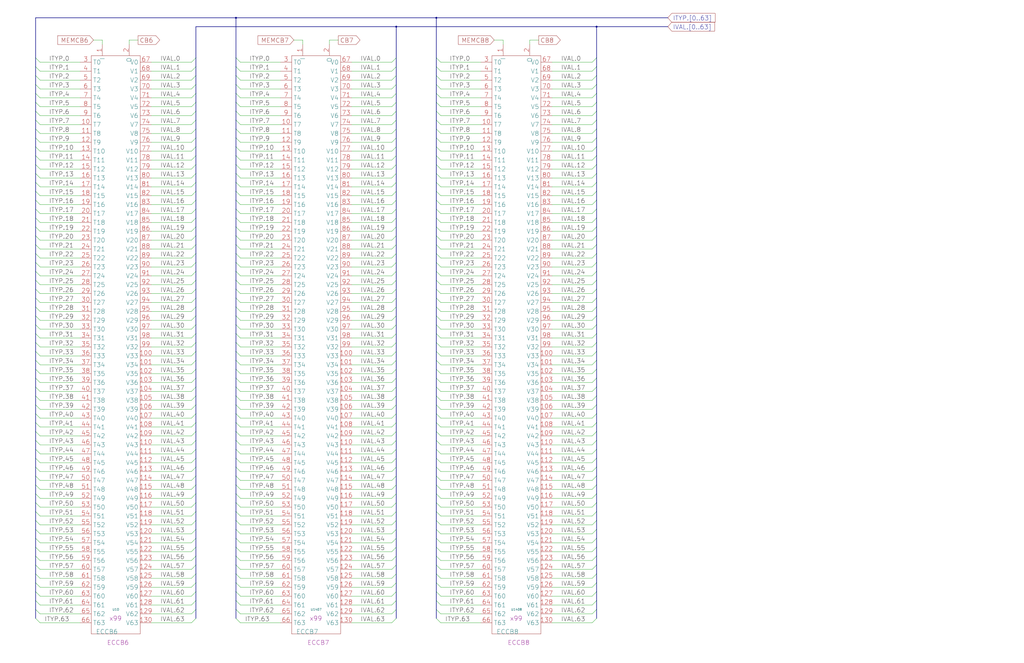
<source format=kicad_sch>
(kicad_sch (version 20230121) (generator eeschema)
  (paper "User" 584.2 378.46)
  (title_block (title "ERROR CHECKING & CORRECTION\\nCHECK BITS 4, 5, 6") (date "22-SEP-90") (rev "2.0") (comment 1 "IOC") (comment 2 "232-003061") (comment 3 "S400") (comment 4 "RELEASED"))
  (junction (at 134.62 10.16))
  (junction (at 248.92 10.16))
  (junction (at 340.36 15.24))
  (junction (at 226.06 15.24))
  (bus_entry (at 111.76 261.62) (size -2.54 2.54))
  (bus_entry (at 20.32 276.86) (size 2.54 2.54))
  (bus_entry (at 340.36 68.58) (size -2.54 2.54))
  (bus_entry (at 20.32 322.58) (size 2.54 2.54))
  (bus_entry (at 20.32 332.74) (size 2.54 2.54))
  (bus_entry (at 134.62 215.9) (size 2.54 2.54))
  (bus_entry (at 20.32 139.7) (size 2.54 2.54))
  (bus_entry (at 134.62 38.1) (size 2.54 2.54))
  (bus_entry (at 226.06 302.26) (size -2.54 2.54))
  (bus_entry (at 20.32 38.1) (size 2.54 2.54))
  (bus_entry (at 20.32 33.02) (size 2.54 2.54))
  (bus_entry (at 134.62 114.3) (size 2.54 2.54))
  (bus_entry (at 111.76 220.98) (size -2.54 2.54))
  (bus_entry (at 20.32 256.54) (size 2.54 2.54))
  (bus_entry (at 226.06 226.06) (size -2.54 2.54))
  (bus_entry (at 134.62 73.66) (size 2.54 2.54))
  (bus_entry (at 340.36 271.78) (size -2.54 2.54))
  (bus_entry (at 226.06 93.98) (size -2.54 2.54))
  (bus_entry (at 20.32 292.1) (size 2.54 2.54))
  (bus_entry (at 111.76 292.1) (size -2.54 2.54))
  (bus_entry (at 340.36 302.26) (size -2.54 2.54))
  (bus_entry (at 20.32 134.62) (size 2.54 2.54))
  (bus_entry (at 134.62 322.58) (size 2.54 2.54))
  (bus_entry (at 340.36 48.26) (size -2.54 2.54))
  (bus_entry (at 134.62 332.74) (size 2.54 2.54))
  (bus_entry (at 134.62 149.86) (size 2.54 2.54))
  (bus_entry (at 111.76 68.58) (size -2.54 2.54))
  (bus_entry (at 20.32 63.5) (size 2.54 2.54))
  (bus_entry (at 20.32 251.46) (size 2.54 2.54))
  (bus_entry (at 340.36 185.42) (size -2.54 2.54))
  (bus_entry (at 20.32 261.62) (size 2.54 2.54))
  (bus_entry (at 20.32 205.74) (size 2.54 2.54))
  (bus_entry (at 226.06 63.5) (size -2.54 2.54))
  (bus_entry (at 340.36 332.74) (size -2.54 2.54))
  (bus_entry (at 20.32 83.82) (size 2.54 2.54))
  (bus_entry (at 248.92 124.46) (size 2.54 2.54))
  (bus_entry (at 134.62 134.62) (size 2.54 2.54))
  (bus_entry (at 134.62 165.1) (size 2.54 2.54))
  (bus_entry (at 111.76 317.5) (size -2.54 2.54))
  (bus_entry (at 134.62 317.5) (size 2.54 2.54))
  (bus_entry (at 248.92 276.86) (size 2.54 2.54))
  (bus_entry (at 340.36 342.9) (size -2.54 2.54))
  (bus_entry (at 111.76 266.7) (size -2.54 2.54))
  (bus_entry (at 134.62 337.82) (size 2.54 2.54))
  (bus_entry (at 134.62 195.58) (size 2.54 2.54))
  (bus_entry (at 340.36 104.14) (size -2.54 2.54))
  (bus_entry (at 340.36 83.82) (size -2.54 2.54))
  (bus_entry (at 134.62 33.02) (size 2.54 2.54))
  (bus_entry (at 111.76 83.82) (size -2.54 2.54))
  (bus_entry (at 340.36 170.18) (size -2.54 2.54))
  (bus_entry (at 111.76 342.9) (size -2.54 2.54))
  (bus_entry (at 134.62 261.62) (size 2.54 2.54))
  (bus_entry (at 20.32 337.82) (size 2.54 2.54))
  (bus_entry (at 20.32 220.98) (size 2.54 2.54))
  (bus_entry (at 340.36 99.06) (size -2.54 2.54))
  (bus_entry (at 226.06 114.3) (size -2.54 2.54))
  (bus_entry (at 248.92 266.7) (size 2.54 2.54))
  (bus_entry (at 111.76 246.38) (size -2.54 2.54))
  (bus_entry (at 226.06 337.82) (size -2.54 2.54))
  (bus_entry (at 248.92 302.26) (size 2.54 2.54))
  (bus_entry (at 340.36 266.7) (size -2.54 2.54))
  (bus_entry (at 340.36 43.18) (size -2.54 2.54))
  (bus_entry (at 340.36 149.86) (size -2.54 2.54))
  (bus_entry (at 134.62 104.14) (size 2.54 2.54))
  (bus_entry (at 20.32 271.78) (size 2.54 2.54))
  (bus_entry (at 20.32 104.14) (size 2.54 2.54))
  (bus_entry (at 20.32 215.9) (size 2.54 2.54))
  (bus_entry (at 340.36 73.66) (size -2.54 2.54))
  (bus_entry (at 20.32 231.14) (size 2.54 2.54))
  (bus_entry (at 226.06 215.9) (size -2.54 2.54))
  (bus_entry (at 340.36 236.22) (size -2.54 2.54))
  (bus_entry (at 111.76 210.82) (size -2.54 2.54))
  (bus_entry (at 134.62 99.06) (size 2.54 2.54))
  (bus_entry (at 111.76 236.22) (size -2.54 2.54))
  (bus_entry (at 226.06 332.74) (size -2.54 2.54))
  (bus_entry (at 134.62 170.18) (size 2.54 2.54))
  (bus_entry (at 134.62 287.02) (size 2.54 2.54))
  (bus_entry (at 340.36 114.3) (size -2.54 2.54))
  (bus_entry (at 111.76 226.06) (size -2.54 2.54))
  (bus_entry (at 226.06 43.18) (size -2.54 2.54))
  (bus_entry (at 134.62 205.74) (size 2.54 2.54))
  (bus_entry (at 111.76 124.46) (size -2.54 2.54))
  (bus_entry (at 111.76 185.42) (size -2.54 2.54))
  (bus_entry (at 226.06 205.74) (size -2.54 2.54))
  (bus_entry (at 20.32 73.66) (size 2.54 2.54))
  (bus_entry (at 340.36 256.54) (size -2.54 2.54))
  (bus_entry (at 226.06 53.34) (size -2.54 2.54))
  (bus_entry (at 111.76 114.3) (size -2.54 2.54))
  (bus_entry (at 340.36 63.5) (size -2.54 2.54))
  (bus_entry (at 248.92 43.18) (size 2.54 2.54))
  (bus_entry (at 226.06 139.7) (size -2.54 2.54))
  (bus_entry (at 20.32 297.18) (size 2.54 2.54))
  (bus_entry (at 134.62 190.5) (size 2.54 2.54))
  (bus_entry (at 340.36 190.5) (size -2.54 2.54))
  (bus_entry (at 248.92 342.9) (size 2.54 2.54))
  (bus_entry (at 226.06 144.78) (size -2.54 2.54))
  (bus_entry (at 134.62 43.18) (size 2.54 2.54))
  (bus_entry (at 226.06 241.3) (size -2.54 2.54))
  (bus_entry (at 340.36 93.98) (size -2.54 2.54))
  (bus_entry (at 226.06 353.06) (size -2.54 2.54))
  (bus_entry (at 226.06 185.42) (size -2.54 2.54))
  (bus_entry (at 248.92 195.58) (size 2.54 2.54))
  (bus_entry (at 20.32 53.34) (size 2.54 2.54))
  (bus_entry (at 111.76 322.58) (size -2.54 2.54))
  (bus_entry (at 226.06 149.86) (size -2.54 2.54))
  (bus_entry (at 134.62 256.54) (size 2.54 2.54))
  (bus_entry (at 134.62 236.22) (size 2.54 2.54))
  (bus_entry (at 340.36 129.54) (size -2.54 2.54))
  (bus_entry (at 226.06 322.58) (size -2.54 2.54))
  (bus_entry (at 226.06 48.26) (size -2.54 2.54))
  (bus_entry (at 111.76 48.26) (size -2.54 2.54))
  (bus_entry (at 111.76 58.42) (size -2.54 2.54))
  (bus_entry (at 20.32 114.3) (size 2.54 2.54))
  (bus_entry (at 340.36 33.02) (size -2.54 2.54))
  (bus_entry (at 340.36 139.7) (size -2.54 2.54))
  (bus_entry (at 248.92 165.1) (size 2.54 2.54))
  (bus_entry (at 20.32 200.66) (size 2.54 2.54))
  (bus_entry (at 111.76 332.74) (size -2.54 2.54))
  (bus_entry (at 248.92 271.78) (size 2.54 2.54))
  (bus_entry (at 134.62 266.7) (size 2.54 2.54))
  (bus_entry (at 111.76 180.34) (size -2.54 2.54))
  (bus_entry (at 20.32 195.58) (size 2.54 2.54))
  (bus_entry (at 248.92 292.1) (size 2.54 2.54))
  (bus_entry (at 248.92 129.54) (size 2.54 2.54))
  (bus_entry (at 248.92 307.34) (size 2.54 2.54))
  (bus_entry (at 111.76 119.38) (size -2.54 2.54))
  (bus_entry (at 248.92 88.9) (size 2.54 2.54))
  (bus_entry (at 248.92 205.74) (size 2.54 2.54))
  (bus_entry (at 134.62 281.94) (size 2.54 2.54))
  (bus_entry (at 340.36 210.82) (size -2.54 2.54))
  (bus_entry (at 111.76 139.7) (size -2.54 2.54))
  (bus_entry (at 248.92 78.74) (size 2.54 2.54))
  (bus_entry (at 134.62 200.66) (size 2.54 2.54))
  (bus_entry (at 20.32 175.26) (size 2.54 2.54))
  (bus_entry (at 248.92 312.42) (size 2.54 2.54))
  (bus_entry (at 226.06 266.7) (size -2.54 2.54))
  (bus_entry (at 111.76 170.18) (size -2.54 2.54))
  (bus_entry (at 340.36 180.34) (size -2.54 2.54))
  (bus_entry (at 248.92 327.66) (size 2.54 2.54))
  (bus_entry (at 111.76 154.94) (size -2.54 2.54))
  (bus_entry (at 134.62 124.46) (size 2.54 2.54))
  (bus_entry (at 134.62 307.34) (size 2.54 2.54))
  (bus_entry (at 111.76 205.74) (size -2.54 2.54))
  (bus_entry (at 340.36 38.1) (size -2.54 2.54))
  (bus_entry (at 226.06 347.98) (size -2.54 2.54))
  (bus_entry (at 111.76 99.06) (size -2.54 2.54))
  (bus_entry (at 20.32 68.58) (size 2.54 2.54))
  (bus_entry (at 248.92 83.82) (size 2.54 2.54))
  (bus_entry (at 226.06 109.22) (size -2.54 2.54))
  (bus_entry (at 248.92 190.5) (size 2.54 2.54))
  (bus_entry (at 340.36 134.62) (size -2.54 2.54))
  (bus_entry (at 134.62 139.7) (size 2.54 2.54))
  (bus_entry (at 226.06 78.74) (size -2.54 2.54))
  (bus_entry (at 134.62 246.38) (size 2.54 2.54))
  (bus_entry (at 226.06 154.94) (size -2.54 2.54))
  (bus_entry (at 111.76 104.14) (size -2.54 2.54))
  (bus_entry (at 340.36 287.02) (size -2.54 2.54))
  (bus_entry (at 340.36 109.22) (size -2.54 2.54))
  (bus_entry (at 248.92 134.62) (size 2.54 2.54))
  (bus_entry (at 226.06 261.62) (size -2.54 2.54))
  (bus_entry (at 134.62 129.54) (size 2.54 2.54))
  (bus_entry (at 111.76 88.9) (size -2.54 2.54))
  (bus_entry (at 226.06 271.78) (size -2.54 2.54))
  (bus_entry (at 134.62 347.98) (size 2.54 2.54))
  (bus_entry (at 111.76 195.58) (size -2.54 2.54))
  (bus_entry (at 248.92 317.5) (size 2.54 2.54))
  (bus_entry (at 134.62 109.22) (size 2.54 2.54))
  (bus_entry (at 340.36 322.58) (size -2.54 2.54))
  (bus_entry (at 111.76 165.1) (size -2.54 2.54))
  (bus_entry (at 248.92 332.74) (size 2.54 2.54))
  (bus_entry (at 248.92 109.22) (size 2.54 2.54))
  (bus_entry (at 248.92 33.02) (size 2.54 2.54))
  (bus_entry (at 248.92 337.82) (size 2.54 2.54))
  (bus_entry (at 226.06 88.9) (size -2.54 2.54))
  (bus_entry (at 20.32 185.42) (size 2.54 2.54))
  (bus_entry (at 134.62 63.5) (size 2.54 2.54))
  (bus_entry (at 248.92 347.98) (size 2.54 2.54))
  (bus_entry (at 248.92 114.3) (size 2.54 2.54))
  (bus_entry (at 226.06 119.38) (size -2.54 2.54))
  (bus_entry (at 340.36 241.3) (size -2.54 2.54))
  (bus_entry (at 248.92 287.02) (size 2.54 2.54))
  (bus_entry (at 111.76 327.66) (size -2.54 2.54))
  (bus_entry (at 248.92 322.58) (size 2.54 2.54))
  (bus_entry (at 111.76 190.5) (size -2.54 2.54))
  (bus_entry (at 111.76 312.42) (size -2.54 2.54))
  (bus_entry (at 134.62 327.66) (size 2.54 2.54))
  (bus_entry (at 226.06 160.02) (size -2.54 2.54))
  (bus_entry (at 340.36 58.42) (size -2.54 2.54))
  (bus_entry (at 111.76 175.26) (size -2.54 2.54))
  (bus_entry (at 134.62 78.74) (size 2.54 2.54))
  (bus_entry (at 134.62 53.34) (size 2.54 2.54))
  (bus_entry (at 111.76 281.94) (size -2.54 2.54))
  (bus_entry (at 20.32 124.46) (size 2.54 2.54))
  (bus_entry (at 20.32 302.26) (size 2.54 2.54))
  (bus_entry (at 111.76 256.54) (size -2.54 2.54))
  (bus_entry (at 20.32 180.34) (size 2.54 2.54))
  (bus_entry (at 111.76 287.02) (size -2.54 2.54))
  (bus_entry (at 111.76 43.18) (size -2.54 2.54))
  (bus_entry (at 111.76 297.18) (size -2.54 2.54))
  (bus_entry (at 20.32 236.22) (size 2.54 2.54))
  (bus_entry (at 111.76 215.9) (size -2.54 2.54))
  (bus_entry (at 248.92 185.42) (size 2.54 2.54))
  (bus_entry (at 20.32 246.38) (size 2.54 2.54))
  (bus_entry (at 248.92 144.78) (size 2.54 2.54))
  (bus_entry (at 226.06 195.58) (size -2.54 2.54))
  (bus_entry (at 134.62 342.9) (size 2.54 2.54))
  (bus_entry (at 134.62 353.06) (size 2.54 2.54))
  (bus_entry (at 20.32 327.66) (size 2.54 2.54))
  (bus_entry (at 248.92 353.06) (size 2.54 2.54))
  (bus_entry (at 340.36 251.46) (size -2.54 2.54))
  (bus_entry (at 226.06 307.34) (size -2.54 2.54))
  (bus_entry (at 340.36 119.38) (size -2.54 2.54))
  (bus_entry (at 340.36 205.74) (size -2.54 2.54))
  (bus_entry (at 248.92 73.66) (size 2.54 2.54))
  (bus_entry (at 111.76 276.86) (size -2.54 2.54))
  (bus_entry (at 248.92 200.66) (size 2.54 2.54))
  (bus_entry (at 226.06 165.1) (size -2.54 2.54))
  (bus_entry (at 20.32 154.94) (size 2.54 2.54))
  (bus_entry (at 340.36 53.34) (size -2.54 2.54))
  (bus_entry (at 134.62 48.26) (size 2.54 2.54))
  (bus_entry (at 340.36 307.34) (size -2.54 2.54))
  (bus_entry (at 111.76 200.66) (size -2.54 2.54))
  (bus_entry (at 248.92 170.18) (size 2.54 2.54))
  (bus_entry (at 340.36 317.5) (size -2.54 2.54))
  (bus_entry (at 340.36 88.9) (size -2.54 2.54))
  (bus_entry (at 134.62 119.38) (size 2.54 2.54))
  (bus_entry (at 134.62 210.82) (size 2.54 2.54))
  (bus_entry (at 248.92 104.14) (size 2.54 2.54))
  (bus_entry (at 20.32 93.98) (size 2.54 2.54))
  (bus_entry (at 226.06 312.42) (size -2.54 2.54))
  (bus_entry (at 226.06 58.42) (size -2.54 2.54))
  (bus_entry (at 226.06 220.98) (size -2.54 2.54))
  (bus_entry (at 340.36 297.18) (size -2.54 2.54))
  (bus_entry (at 226.06 292.1) (size -2.54 2.54))
  (bus_entry (at 340.36 200.66) (size -2.54 2.54))
  (bus_entry (at 111.76 231.14) (size -2.54 2.54))
  (bus_entry (at 248.92 241.3) (size 2.54 2.54))
  (bus_entry (at 248.92 236.22) (size 2.54 2.54))
  (bus_entry (at 20.32 281.94) (size 2.54 2.54))
  (bus_entry (at 248.92 297.18) (size 2.54 2.54))
  (bus_entry (at 111.76 53.34) (size -2.54 2.54))
  (bus_entry (at 20.32 342.9) (size 2.54 2.54))
  (bus_entry (at 111.76 129.54) (size -2.54 2.54))
  (bus_entry (at 20.32 144.78) (size 2.54 2.54))
  (bus_entry (at 134.62 175.26) (size 2.54 2.54))
  (bus_entry (at 134.62 271.78) (size 2.54 2.54))
  (bus_entry (at 248.92 149.86) (size 2.54 2.54))
  (bus_entry (at 111.76 109.22) (size -2.54 2.54))
  (bus_entry (at 134.62 220.98) (size 2.54 2.54))
  (bus_entry (at 226.06 33.02) (size -2.54 2.54))
  (bus_entry (at 111.76 78.74) (size -2.54 2.54))
  (bus_entry (at 20.32 129.54) (size 2.54 2.54))
  (bus_entry (at 134.62 154.94) (size 2.54 2.54))
  (bus_entry (at 20.32 160.02) (size 2.54 2.54))
  (bus_entry (at 134.62 144.78) (size 2.54 2.54))
  (bus_entry (at 111.76 63.5) (size -2.54 2.54))
  (bus_entry (at 134.62 58.42) (size 2.54 2.54))
  (bus_entry (at 226.06 175.26) (size -2.54 2.54))
  (bus_entry (at 248.92 93.98) (size 2.54 2.54))
  (bus_entry (at 248.92 226.06) (size 2.54 2.54))
  (bus_entry (at 226.06 99.06) (size -2.54 2.54))
  (bus_entry (at 111.76 38.1) (size -2.54 2.54))
  (bus_entry (at 248.92 68.58) (size 2.54 2.54))
  (bus_entry (at 226.06 317.5) (size -2.54 2.54))
  (bus_entry (at 248.92 220.98) (size 2.54 2.54))
  (bus_entry (at 20.32 149.86) (size 2.54 2.54))
  (bus_entry (at 226.06 83.82) (size -2.54 2.54))
  (bus_entry (at 134.62 93.98) (size 2.54 2.54))
  (bus_entry (at 20.32 119.38) (size 2.54 2.54))
  (bus_entry (at 340.36 353.06) (size -2.54 2.54))
  (bus_entry (at 248.92 119.38) (size 2.54 2.54))
  (bus_entry (at 111.76 353.06) (size -2.54 2.54))
  (bus_entry (at 20.32 109.22) (size 2.54 2.54))
  (bus_entry (at 340.36 175.26) (size -2.54 2.54))
  (bus_entry (at 20.32 347.98) (size 2.54 2.54))
  (bus_entry (at 111.76 307.34) (size -2.54 2.54))
  (bus_entry (at 248.92 154.94) (size 2.54 2.54))
  (bus_entry (at 226.06 246.38) (size -2.54 2.54))
  (bus_entry (at 134.62 185.42) (size 2.54 2.54))
  (bus_entry (at 226.06 276.86) (size -2.54 2.54))
  (bus_entry (at 248.92 256.54) (size 2.54 2.54))
  (bus_entry (at 111.76 73.66) (size -2.54 2.54))
  (bus_entry (at 340.36 276.86) (size -2.54 2.54))
  (bus_entry (at 340.36 347.98) (size -2.54 2.54))
  (bus_entry (at 134.62 302.26) (size 2.54 2.54))
  (bus_entry (at 226.06 73.66) (size -2.54 2.54))
  (bus_entry (at 134.62 276.86) (size 2.54 2.54))
  (bus_entry (at 134.62 226.06) (size 2.54 2.54))
  (bus_entry (at 248.92 215.9) (size 2.54 2.54))
  (bus_entry (at 226.06 129.54) (size -2.54 2.54))
  (bus_entry (at 248.92 281.94) (size 2.54 2.54))
  (bus_entry (at 111.76 271.78) (size -2.54 2.54))
  (bus_entry (at 248.92 58.42) (size 2.54 2.54))
  (bus_entry (at 134.62 292.1) (size 2.54 2.54))
  (bus_entry (at 226.06 170.18) (size -2.54 2.54))
  (bus_entry (at 111.76 33.02) (size -2.54 2.54))
  (bus_entry (at 226.06 342.9) (size -2.54 2.54))
  (bus_entry (at 248.92 251.46) (size 2.54 2.54))
  (bus_entry (at 134.62 231.14) (size 2.54 2.54))
  (bus_entry (at 226.06 236.22) (size -2.54 2.54))
  (bus_entry (at 248.92 38.1) (size 2.54 2.54))
  (bus_entry (at 134.62 251.46) (size 2.54 2.54))
  (bus_entry (at 20.32 287.02) (size 2.54 2.54))
  (bus_entry (at 20.32 312.42) (size 2.54 2.54))
  (bus_entry (at 340.36 327.66) (size -2.54 2.54))
  (bus_entry (at 20.32 266.7) (size 2.54 2.54))
  (bus_entry (at 248.92 53.34) (size 2.54 2.54))
  (bus_entry (at 340.36 165.1) (size -2.54 2.54))
  (bus_entry (at 226.06 281.94) (size -2.54 2.54))
  (bus_entry (at 226.06 327.66) (size -2.54 2.54))
  (bus_entry (at 226.06 124.46) (size -2.54 2.54))
  (bus_entry (at 340.36 124.46) (size -2.54 2.54))
  (bus_entry (at 111.76 93.98) (size -2.54 2.54))
  (bus_entry (at 340.36 312.42) (size -2.54 2.54))
  (bus_entry (at 340.36 292.1) (size -2.54 2.54))
  (bus_entry (at 134.62 68.58) (size 2.54 2.54))
  (bus_entry (at 111.76 144.78) (size -2.54 2.54))
  (bus_entry (at 20.32 226.06) (size 2.54 2.54))
  (bus_entry (at 248.92 210.82) (size 2.54 2.54))
  (bus_entry (at 248.92 180.34) (size 2.54 2.54))
  (bus_entry (at 20.32 210.82) (size 2.54 2.54))
  (bus_entry (at 340.36 144.78) (size -2.54 2.54))
  (bus_entry (at 248.92 231.14) (size 2.54 2.54))
  (bus_entry (at 226.06 180.34) (size -2.54 2.54))
  (bus_entry (at 20.32 78.74) (size 2.54 2.54))
  (bus_entry (at 226.06 231.14) (size -2.54 2.54))
  (bus_entry (at 340.36 231.14) (size -2.54 2.54))
  (bus_entry (at 248.92 63.5) (size 2.54 2.54))
  (bus_entry (at 226.06 68.58) (size -2.54 2.54))
  (bus_entry (at 134.62 160.02) (size 2.54 2.54))
  (bus_entry (at 20.32 88.9) (size 2.54 2.54))
  (bus_entry (at 226.06 297.18) (size -2.54 2.54))
  (bus_entry (at 111.76 251.46) (size -2.54 2.54))
  (bus_entry (at 340.36 281.94) (size -2.54 2.54))
  (bus_entry (at 134.62 83.82) (size 2.54 2.54))
  (bus_entry (at 134.62 180.34) (size 2.54 2.54))
  (bus_entry (at 340.36 78.74) (size -2.54 2.54))
  (bus_entry (at 111.76 302.26) (size -2.54 2.54))
  (bus_entry (at 248.92 139.7) (size 2.54 2.54))
  (bus_entry (at 111.76 160.02) (size -2.54 2.54))
  (bus_entry (at 226.06 251.46) (size -2.54 2.54))
  (bus_entry (at 248.92 261.62) (size 2.54 2.54))
  (bus_entry (at 226.06 210.82) (size -2.54 2.54))
  (bus_entry (at 111.76 337.82) (size -2.54 2.54))
  (bus_entry (at 20.32 165.1) (size 2.54 2.54))
  (bus_entry (at 340.36 154.94) (size -2.54 2.54))
  (bus_entry (at 20.32 170.18) (size 2.54 2.54))
  (bus_entry (at 111.76 134.62) (size -2.54 2.54))
  (bus_entry (at 226.06 38.1) (size -2.54 2.54))
  (bus_entry (at 20.32 48.26) (size 2.54 2.54))
  (bus_entry (at 340.36 195.58) (size -2.54 2.54))
  (bus_entry (at 20.32 190.5) (size 2.54 2.54))
  (bus_entry (at 111.76 347.98) (size -2.54 2.54))
  (bus_entry (at 226.06 287.02) (size -2.54 2.54))
  (bus_entry (at 111.76 149.86) (size -2.54 2.54))
  (bus_entry (at 134.62 88.9) (size 2.54 2.54))
  (bus_entry (at 226.06 256.54) (size -2.54 2.54))
  (bus_entry (at 340.36 220.98) (size -2.54 2.54))
  (bus_entry (at 340.36 337.82) (size -2.54 2.54))
  (bus_entry (at 248.92 48.26) (size 2.54 2.54))
  (bus_entry (at 340.36 160.02) (size -2.54 2.54))
  (bus_entry (at 340.36 261.62) (size -2.54 2.54))
  (bus_entry (at 226.06 104.14) (size -2.54 2.54))
  (bus_entry (at 340.36 246.38) (size -2.54 2.54))
  (bus_entry (at 20.32 43.18) (size 2.54 2.54))
  (bus_entry (at 226.06 190.5) (size -2.54 2.54))
  (bus_entry (at 20.32 99.06) (size 2.54 2.54))
  (bus_entry (at 20.32 353.06) (size 2.54 2.54))
  (bus_entry (at 20.32 307.34) (size 2.54 2.54))
  (bus_entry (at 226.06 134.62) (size -2.54 2.54))
  (bus_entry (at 226.06 200.66) (size -2.54 2.54))
  (bus_entry (at 340.36 215.9) (size -2.54 2.54))
  (bus_entry (at 20.32 58.42) (size 2.54 2.54))
  (bus_entry (at 134.62 241.3) (size 2.54 2.54))
  (bus_entry (at 111.76 241.3) (size -2.54 2.54))
  (bus_entry (at 248.92 246.38) (size 2.54 2.54))
  (bus_entry (at 20.32 317.5) (size 2.54 2.54))
  (bus_entry (at 20.32 241.3) (size 2.54 2.54))
  (bus_entry (at 248.92 99.06) (size 2.54 2.54))
  (bus_entry (at 134.62 297.18) (size 2.54 2.54))
  (bus_entry (at 134.62 312.42) (size 2.54 2.54))
  (bus_entry (at 248.92 175.26) (size 2.54 2.54))
  (bus_entry (at 340.36 226.06) (size -2.54 2.54))
  (bus_entry (at 248.92 160.02) (size 2.54 2.54))
  (bus (pts (xy 226.06 175.26) (xy 226.06 180.34)))
  (wire (pts (xy 251.46 228.6) (xy 274.32 228.6)))
  (bus (pts (xy 111.76 302.26) (xy 111.76 307.34)))
  (bus (pts (xy 248.92 10.16) (xy 381 10.16)))
  (bus (pts (xy 226.06 33.02) (xy 226.06 38.1)))
  (bus (pts (xy 111.76 292.1) (xy 111.76 297.18)))
  (wire (pts (xy 109.22 203.2) (xy 86.36 203.2)))
  (bus (pts (xy 111.76 287.02) (xy 111.76 292.1)))
  (wire (pts (xy 22.86 350.52) (xy 45.72 350.52)))
  (wire (pts (xy 251.46 91.44) (xy 274.32 91.44)))
  (bus (pts (xy 226.06 139.7) (xy 226.06 144.78)))
  (bus (pts (xy 248.92 236.22) (xy 248.92 241.3)))
  (bus (pts (xy 111.76 119.38) (xy 111.76 124.46)))
  (bus (pts (xy 248.92 180.34) (xy 248.92 185.42)))
  (wire (pts (xy 137.16 60.96) (xy 160.02 60.96)))
  (wire (pts (xy 22.86 101.6) (xy 45.72 101.6)))
  (bus (pts (xy 340.36 63.5) (xy 340.36 68.58)))
  (bus (pts (xy 248.92 160.02) (xy 248.92 165.1)))
  (wire (pts (xy 251.46 208.28) (xy 274.32 208.28)))
  (wire (pts (xy 137.16 299.72) (xy 160.02 299.72)))
  (bus (pts (xy 248.92 347.98) (xy 248.92 353.06)))
  (wire (pts (xy 73.66 22.86) (xy 73.66 25.4)))
  (wire (pts (xy 22.86 60.96) (xy 45.72 60.96)))
  (wire (pts (xy 337.82 127) (xy 314.96 127)))
  (wire (pts (xy 137.16 157.48) (xy 160.02 157.48)))
  (wire (pts (xy 251.46 259.08) (xy 274.32 259.08)))
  (bus (pts (xy 20.32 246.38) (xy 20.32 251.46)))
  (bus (pts (xy 134.62 226.06) (xy 134.62 231.14)))
  (wire (pts (xy 337.82 203.2) (xy 314.96 203.2)))
  (wire (pts (xy 223.52 213.36) (xy 200.66 213.36)))
  (bus (pts (xy 134.62 114.3) (xy 134.62 119.38)))
  (wire (pts (xy 223.52 345.44) (xy 200.66 345.44)))
  (wire (pts (xy 337.82 91.44) (xy 314.96 91.44)))
  (wire (pts (xy 251.46 142.24) (xy 274.32 142.24)))
  (wire (pts (xy 109.22 355.6) (xy 86.36 355.6)))
  (bus (pts (xy 340.36 104.14) (xy 340.36 109.22)))
  (bus (pts (xy 248.92 58.42) (xy 248.92 63.5)))
  (bus (pts (xy 20.32 99.06) (xy 20.32 104.14)))
  (wire (pts (xy 137.16 284.48) (xy 160.02 284.48)))
  (bus (pts (xy 20.32 317.5) (xy 20.32 322.58)))
  (bus (pts (xy 340.36 109.22) (xy 340.36 114.3)))
  (wire (pts (xy 22.86 152.4) (xy 45.72 152.4)))
  (bus (pts (xy 340.36 220.98) (xy 340.36 226.06)))
  (bus (pts (xy 226.06 109.22) (xy 226.06 114.3)))
  (bus (pts (xy 340.36 312.42) (xy 340.36 317.5)))
  (bus (pts (xy 20.32 63.5) (xy 20.32 68.58)))
  (wire (pts (xy 22.86 284.48) (xy 45.72 284.48)))
  (bus (pts (xy 111.76 139.7) (xy 111.76 144.78)))
  (bus (pts (xy 226.06 236.22) (xy 226.06 241.3)))
  (bus (pts (xy 134.62 200.66) (xy 134.62 205.74)))
  (wire (pts (xy 337.82 55.88) (xy 314.96 55.88)))
  (wire (pts (xy 22.86 142.24) (xy 45.72 142.24)))
  (wire (pts (xy 109.22 91.44) (xy 86.36 91.44)))
  (bus (pts (xy 226.06 93.98) (xy 226.06 99.06)))
  (bus (pts (xy 20.32 261.62) (xy 20.32 266.7)))
  (bus (pts (xy 226.06 205.74) (xy 226.06 210.82)))
  (bus (pts (xy 134.62 312.42) (xy 134.62 317.5)))
  (bus (pts (xy 111.76 332.74) (xy 111.76 337.82)))
  (bus (pts (xy 340.36 190.5) (xy 340.36 195.58)))
  (bus (pts (xy 111.76 104.14) (xy 111.76 109.22)))
  (bus (pts (xy 226.06 307.34) (xy 226.06 312.42)))
  (bus (pts (xy 248.92 342.9) (xy 248.92 347.98)))
  (wire (pts (xy 337.82 50.8) (xy 314.96 50.8)))
  (bus (pts (xy 340.36 73.66) (xy 340.36 78.74)))
  (wire (pts (xy 223.52 35.56) (xy 200.66 35.56)))
  (bus (pts (xy 226.06 276.86) (xy 226.06 281.94)))
  (wire (pts (xy 251.46 66.04) (xy 274.32 66.04)))
  (bus (pts (xy 111.76 327.66) (xy 111.76 332.74)))
  (wire (pts (xy 137.16 228.6) (xy 160.02 228.6)))
  (wire (pts (xy 109.22 71.12) (xy 86.36 71.12)))
  (wire (pts (xy 251.46 60.96) (xy 274.32 60.96)))
  (bus (pts (xy 134.62 119.38) (xy 134.62 124.46)))
  (bus (pts (xy 134.62 205.74) (xy 134.62 210.82)))
  (wire (pts (xy 337.82 193.04) (xy 314.96 193.04)))
  (wire (pts (xy 337.82 177.8) (xy 314.96 177.8)))
  (wire (pts (xy 223.52 264.16) (xy 200.66 264.16)))
  (bus (pts (xy 248.92 210.82) (xy 248.92 215.9)))
  (bus (pts (xy 134.62 129.54) (xy 134.62 134.62)))
  (bus (pts (xy 111.76 129.54) (xy 111.76 134.62)))
  (bus (pts (xy 134.62 73.66) (xy 134.62 78.74)))
  (bus (pts (xy 20.32 231.14) (xy 20.32 236.22)))
  (bus (pts (xy 248.92 83.82) (xy 248.92 88.9)))
  (wire (pts (xy 281.94 22.86) (xy 287.02 22.86)))
  (wire (pts (xy 109.22 147.32) (xy 86.36 147.32)))
  (wire (pts (xy 223.52 137.16) (xy 200.66 137.16)))
  (bus (pts (xy 111.76 68.58) (xy 111.76 73.66)))
  (wire (pts (xy 251.46 50.8) (xy 274.32 50.8)))
  (bus (pts (xy 134.62 134.62) (xy 134.62 139.7)))
  (bus (pts (xy 226.06 63.5) (xy 226.06 68.58)))
  (bus (pts (xy 111.76 297.18) (xy 111.76 302.26)))
  (bus (pts (xy 226.06 38.1) (xy 226.06 43.18)))
  (wire (pts (xy 109.22 152.4) (xy 86.36 152.4)))
  (bus (pts (xy 111.76 226.06) (xy 111.76 231.14)))
  (wire (pts (xy 337.82 142.24) (xy 314.96 142.24)))
  (bus (pts (xy 226.06 129.54) (xy 226.06 134.62)))
  (bus (pts (xy 111.76 38.1) (xy 111.76 43.18)))
  (wire (pts (xy 137.16 289.56) (xy 160.02 289.56)))
  (wire (pts (xy 22.86 238.76) (xy 45.72 238.76)))
  (bus (pts (xy 248.92 241.3) (xy 248.92 246.38)))
  (bus (pts (xy 134.62 261.62) (xy 134.62 266.7)))
  (wire (pts (xy 337.82 350.52) (xy 314.96 350.52)))
  (wire (pts (xy 22.86 81.28) (xy 45.72 81.28)))
  (wire (pts (xy 337.82 182.88) (xy 314.96 182.88)))
  (wire (pts (xy 251.46 182.88) (xy 274.32 182.88)))
  (bus (pts (xy 226.06 170.18) (xy 226.06 175.26)))
  (bus (pts (xy 340.36 114.3) (xy 340.36 119.38)))
  (wire (pts (xy 251.46 132.08) (xy 274.32 132.08)))
  (wire (pts (xy 251.46 177.8) (xy 274.32 177.8)))
  (wire (pts (xy 337.82 81.28) (xy 314.96 81.28)))
  (wire (pts (xy 223.52 233.68) (xy 200.66 233.68)))
  (bus (pts (xy 340.36 261.62) (xy 340.36 266.7)))
  (wire (pts (xy 137.16 330.2) (xy 160.02 330.2)))
  (bus (pts (xy 226.06 292.1) (xy 226.06 297.18)))
  (wire (pts (xy 137.16 304.8) (xy 160.02 304.8)))
  (bus (pts (xy 248.92 78.74) (xy 248.92 83.82)))
  (wire (pts (xy 223.52 208.28) (xy 200.66 208.28)))
  (wire (pts (xy 137.16 152.4) (xy 160.02 152.4)))
  (wire (pts (xy 137.16 340.36) (xy 160.02 340.36)))
  (wire (pts (xy 251.46 193.04) (xy 274.32 193.04)))
  (wire (pts (xy 223.52 96.52) (xy 200.66 96.52)))
  (wire (pts (xy 78.74 22.86) (xy 73.66 22.86)))
  (wire (pts (xy 251.46 167.64) (xy 274.32 167.64)))
  (wire (pts (xy 223.52 259.08) (xy 200.66 259.08)))
  (wire (pts (xy 223.52 91.44) (xy 200.66 91.44)))
  (bus (pts (xy 20.32 83.82) (xy 20.32 88.9)))
  (wire (pts (xy 109.22 116.84) (xy 86.36 116.84)))
  (wire (pts (xy 337.82 101.6) (xy 314.96 101.6)))
  (wire (pts (xy 337.82 304.8) (xy 314.96 304.8)))
  (bus (pts (xy 340.36 68.58) (xy 340.36 73.66)))
  (wire (pts (xy 109.22 314.96) (xy 86.36 314.96)))
  (wire (pts (xy 337.82 71.12) (xy 314.96 71.12)))
  (wire (pts (xy 251.46 340.36) (xy 274.32 340.36)))
  (bus (pts (xy 248.92 93.98) (xy 248.92 99.06)))
  (bus (pts (xy 20.32 43.18) (xy 20.32 48.26)))
  (bus (pts (xy 134.62 58.42) (xy 134.62 63.5)))
  (wire (pts (xy 223.52 81.28) (xy 200.66 81.28)))
  (bus (pts (xy 340.36 332.74) (xy 340.36 337.82)))
  (wire (pts (xy 137.16 248.92) (xy 160.02 248.92)))
  (bus (pts (xy 226.06 347.98) (xy 226.06 353.06)))
  (bus (pts (xy 340.36 302.26) (xy 340.36 307.34)))
  (bus (pts (xy 111.76 276.86) (xy 111.76 281.94)))
  (wire (pts (xy 251.46 325.12) (xy 274.32 325.12)))
  (bus (pts (xy 111.76 154.94) (xy 111.76 160.02)))
  (bus (pts (xy 134.62 160.02) (xy 134.62 165.1)))
  (bus (pts (xy 111.76 53.34) (xy 111.76 58.42)))
  (wire (pts (xy 137.16 187.96) (xy 160.02 187.96)))
  (wire (pts (xy 223.52 182.88) (xy 200.66 182.88)))
  (wire (pts (xy 337.82 228.6) (xy 314.96 228.6)))
  (wire (pts (xy 337.82 330.2) (xy 314.96 330.2)))
  (bus (pts (xy 248.92 271.78) (xy 248.92 276.86)))
  (wire (pts (xy 251.46 320.04) (xy 274.32 320.04)))
  (bus (pts (xy 111.76 114.3) (xy 111.76 119.38)))
  (bus (pts (xy 248.92 281.94) (xy 248.92 287.02)))
  (bus (pts (xy 20.32 256.54) (xy 20.32 261.62)))
  (wire (pts (xy 137.16 279.4) (xy 160.02 279.4)))
  (bus (pts (xy 226.06 261.62) (xy 226.06 266.7)))
  (wire (pts (xy 109.22 345.44) (xy 86.36 345.44)))
  (wire (pts (xy 337.82 340.36) (xy 314.96 340.36)))
  (bus (pts (xy 20.32 327.66) (xy 20.32 332.74)))
  (bus (pts (xy 248.92 231.14) (xy 248.92 236.22)))
  (bus (pts (xy 111.76 88.9) (xy 111.76 93.98)))
  (wire (pts (xy 109.22 294.64) (xy 86.36 294.64)))
  (bus (pts (xy 248.92 297.18) (xy 248.92 302.26)))
  (bus (pts (xy 226.06 200.66) (xy 226.06 205.74)))
  (wire (pts (xy 223.52 314.96) (xy 200.66 314.96)))
  (wire (pts (xy 109.22 172.72) (xy 86.36 172.72)))
  (bus (pts (xy 134.62 292.1) (xy 134.62 297.18)))
  (bus (pts (xy 248.92 109.22) (xy 248.92 114.3)))
  (wire (pts (xy 337.82 66.04) (xy 314.96 66.04)))
  (bus (pts (xy 248.92 68.58) (xy 248.92 73.66)))
  (bus (pts (xy 340.36 134.62) (xy 340.36 139.7)))
  (bus (pts (xy 20.32 180.34) (xy 20.32 185.42)))
  (wire (pts (xy 137.16 172.72) (xy 160.02 172.72)))
  (bus (pts (xy 340.36 165.1) (xy 340.36 170.18)))
  (bus (pts (xy 226.06 160.02) (xy 226.06 165.1)))
  (bus (pts (xy 134.62 99.06) (xy 134.62 104.14)))
  (wire (pts (xy 223.52 198.12) (xy 200.66 198.12)))
  (wire (pts (xy 337.82 345.44) (xy 314.96 345.44)))
  (bus (pts (xy 134.62 185.42) (xy 134.62 190.5)))
  (bus (pts (xy 134.62 10.16) (xy 134.62 33.02)))
  (bus (pts (xy 20.32 215.9) (xy 20.32 220.98)))
  (wire (pts (xy 251.46 157.48) (xy 274.32 157.48)))
  (bus (pts (xy 20.32 38.1) (xy 20.32 43.18)))
  (bus (pts (xy 248.92 287.02) (xy 248.92 292.1)))
  (wire (pts (xy 137.16 294.64) (xy 160.02 294.64)))
  (bus (pts (xy 20.32 68.58) (xy 20.32 73.66)))
  (wire (pts (xy 137.16 101.6) (xy 160.02 101.6)))
  (bus (pts (xy 111.76 200.66) (xy 111.76 205.74)))
  (wire (pts (xy 337.82 259.08) (xy 314.96 259.08)))
  (bus (pts (xy 134.62 236.22) (xy 134.62 241.3)))
  (wire (pts (xy 223.52 71.12) (xy 200.66 71.12)))
  (bus (pts (xy 340.36 119.38) (xy 340.36 124.46)))
  (wire (pts (xy 337.82 274.32) (xy 314.96 274.32)))
  (wire (pts (xy 22.86 223.52) (xy 45.72 223.52)))
  (wire (pts (xy 251.46 264.16) (xy 274.32 264.16)))
  (wire (pts (xy 137.16 213.36) (xy 160.02 213.36)))
  (wire (pts (xy 223.52 177.8) (xy 200.66 177.8)))
  (bus (pts (xy 248.92 33.02) (xy 248.92 38.1)))
  (bus (pts (xy 134.62 48.26) (xy 134.62 53.34)))
  (wire (pts (xy 337.82 289.56) (xy 314.96 289.56)))
  (wire (pts (xy 137.16 208.28) (xy 160.02 208.28)))
  (bus (pts (xy 248.92 48.26) (xy 248.92 53.34)))
  (wire (pts (xy 251.46 152.4) (xy 274.32 152.4)))
  (bus (pts (xy 134.62 175.26) (xy 134.62 180.34)))
  (wire (pts (xy 223.52 127) (xy 200.66 127)))
  (wire (pts (xy 137.16 66.04) (xy 160.02 66.04)))
  (bus (pts (xy 226.06 195.58) (xy 226.06 200.66)))
  (wire (pts (xy 223.52 142.24) (xy 200.66 142.24)))
  (wire (pts (xy 137.16 40.64) (xy 160.02 40.64)))
  (wire (pts (xy 109.22 238.76) (xy 86.36 238.76)))
  (bus (pts (xy 340.36 139.7) (xy 340.36 144.78)))
  (bus (pts (xy 226.06 104.14) (xy 226.06 109.22)))
  (bus (pts (xy 20.32 281.94) (xy 20.32 287.02)))
  (wire (pts (xy 137.16 55.88) (xy 160.02 55.88)))
  (bus (pts (xy 248.92 129.54) (xy 248.92 134.62)))
  (wire (pts (xy 137.16 274.32) (xy 160.02 274.32)))
  (wire (pts (xy 109.22 284.48) (xy 86.36 284.48)))
  (bus (pts (xy 111.76 93.98) (xy 111.76 99.06)))
  (wire (pts (xy 22.86 355.6) (xy 45.72 355.6)))
  (wire (pts (xy 22.86 162.56) (xy 45.72 162.56)))
  (bus (pts (xy 20.32 119.38) (xy 20.32 124.46)))
  (bus (pts (xy 111.76 220.98) (xy 111.76 226.06)))
  (bus (pts (xy 248.92 195.58) (xy 248.92 200.66)))
  (bus (pts (xy 111.76 261.62) (xy 111.76 266.7)))
  (bus (pts (xy 248.92 149.86) (xy 248.92 154.94)))
  (wire (pts (xy 109.22 162.56) (xy 86.36 162.56)))
  (bus (pts (xy 111.76 124.46) (xy 111.76 129.54)))
  (wire (pts (xy 109.22 106.68) (xy 86.36 106.68)))
  (wire (pts (xy 223.52 254) (xy 200.66 254)))
  (wire (pts (xy 251.46 147.32) (xy 274.32 147.32)))
  (bus (pts (xy 111.76 256.54) (xy 111.76 261.62)))
  (wire (pts (xy 137.16 320.04) (xy 160.02 320.04)))
  (bus (pts (xy 111.76 205.74) (xy 111.76 210.82)))
  (bus (pts (xy 226.06 246.38) (xy 226.06 251.46)))
  (wire (pts (xy 223.52 330.2) (xy 200.66 330.2)))
  (wire (pts (xy 109.22 340.36) (xy 86.36 340.36)))
  (wire (pts (xy 223.52 50.8) (xy 200.66 50.8)))
  (wire (pts (xy 22.86 35.56) (xy 45.72 35.56)))
  (bus (pts (xy 226.06 185.42) (xy 226.06 190.5)))
  (wire (pts (xy 223.52 299.72) (xy 200.66 299.72)))
  (wire (pts (xy 187.96 22.86) (xy 187.96 25.4)))
  (wire (pts (xy 137.16 335.28) (xy 160.02 335.28)))
  (wire (pts (xy 337.82 86.36) (xy 314.96 86.36)))
  (bus (pts (xy 340.36 210.82) (xy 340.36 215.9)))
  (wire (pts (xy 137.16 254) (xy 160.02 254)))
  (wire (pts (xy 251.46 127) (xy 274.32 127)))
  (wire (pts (xy 137.16 223.52) (xy 160.02 223.52)))
  (bus (pts (xy 248.92 99.06) (xy 248.92 104.14)))
  (bus (pts (xy 134.62 220.98) (xy 134.62 226.06)))
  (wire (pts (xy 22.86 177.8) (xy 45.72 177.8)))
  (wire (pts (xy 22.86 330.2) (xy 45.72 330.2)))
  (wire (pts (xy 337.82 320.04) (xy 314.96 320.04)))
  (wire (pts (xy 251.46 223.52) (xy 274.32 223.52)))
  (wire (pts (xy 22.86 335.28) (xy 45.72 335.28)))
  (bus (pts (xy 20.32 297.18) (xy 20.32 302.26)))
  (bus (pts (xy 226.06 73.66) (xy 226.06 78.74)))
  (bus (pts (xy 111.76 134.62) (xy 111.76 139.7)))
  (wire (pts (xy 223.52 193.04) (xy 200.66 193.04)))
  (bus (pts (xy 248.92 124.46) (xy 248.92 129.54)))
  (bus (pts (xy 226.06 271.78) (xy 226.06 276.86)))
  (wire (pts (xy 251.46 81.28) (xy 274.32 81.28)))
  (bus (pts (xy 226.06 124.46) (xy 226.06 129.54)))
  (bus (pts (xy 134.62 109.22) (xy 134.62 114.3)))
  (bus (pts (xy 20.32 154.94) (xy 20.32 160.02)))
  (wire (pts (xy 137.16 127) (xy 160.02 127)))
  (wire (pts (xy 22.86 304.8) (xy 45.72 304.8)))
  (wire (pts (xy 251.46 45.72) (xy 274.32 45.72)))
  (wire (pts (xy 223.52 187.96) (xy 200.66 187.96)))
  (wire (pts (xy 109.22 193.04) (xy 86.36 193.04)))
  (wire (pts (xy 137.16 233.68) (xy 160.02 233.68)))
  (wire (pts (xy 22.86 55.88) (xy 45.72 55.88)))
  (bus (pts (xy 340.36 15.24) (xy 226.06 15.24)))
  (wire (pts (xy 251.46 335.28) (xy 274.32 335.28)))
  (wire (pts (xy 251.46 203.2) (xy 274.32 203.2)))
  (bus (pts (xy 226.06 149.86) (xy 226.06 154.94)))
  (bus (pts (xy 111.76 15.24) (xy 111.76 33.02)))
  (bus (pts (xy 340.36 48.26) (xy 340.36 53.34)))
  (wire (pts (xy 22.86 314.96) (xy 45.72 314.96)))
  (bus (pts (xy 20.32 139.7) (xy 20.32 144.78)))
  (wire (pts (xy 109.22 198.12) (xy 86.36 198.12)))
  (bus (pts (xy 226.06 190.5) (xy 226.06 195.58)))
  (bus (pts (xy 340.36 317.5) (xy 340.36 322.58)))
  (wire (pts (xy 251.46 233.68) (xy 274.32 233.68)))
  (bus (pts (xy 20.32 332.74) (xy 20.32 337.82)))
  (bus (pts (xy 20.32 292.1) (xy 20.32 297.18)))
  (wire (pts (xy 223.52 76.2) (xy 200.66 76.2)))
  (bus (pts (xy 248.92 53.34) (xy 248.92 58.42)))
  (bus (pts (xy 20.32 287.02) (xy 20.32 292.1)))
  (wire (pts (xy 22.86 91.44) (xy 45.72 91.44)))
  (bus (pts (xy 248.92 261.62) (xy 248.92 266.7)))
  (wire (pts (xy 109.22 40.64) (xy 86.36 40.64)))
  (wire (pts (xy 137.16 162.56) (xy 160.02 162.56)))
  (bus (pts (xy 134.62 195.58) (xy 134.62 200.66)))
  (wire (pts (xy 137.16 106.68) (xy 160.02 106.68)))
  (bus (pts (xy 248.92 220.98) (xy 248.92 226.06)))
  (bus (pts (xy 134.62 281.94) (xy 134.62 287.02)))
  (wire (pts (xy 22.86 157.48) (xy 45.72 157.48)))
  (wire (pts (xy 137.16 314.96) (xy 160.02 314.96)))
  (wire (pts (xy 137.16 203.2) (xy 160.02 203.2)))
  (wire (pts (xy 337.82 325.12) (xy 314.96 325.12)))
  (bus (pts (xy 20.32 109.22) (xy 20.32 114.3)))
  (bus (pts (xy 134.62 256.54) (xy 134.62 261.62)))
  (wire (pts (xy 109.22 167.64) (xy 86.36 167.64)))
  (wire (pts (xy 109.22 233.68) (xy 86.36 233.68)))
  (wire (pts (xy 137.16 147.32) (xy 160.02 147.32)))
  (wire (pts (xy 137.16 193.04) (xy 160.02 193.04)))
  (wire (pts (xy 22.86 147.32) (xy 45.72 147.32)))
  (bus (pts (xy 134.62 63.5) (xy 134.62 68.58)))
  (bus (pts (xy 340.36 154.94) (xy 340.36 160.02)))
  (wire (pts (xy 109.22 228.6) (xy 86.36 228.6)))
  (wire (pts (xy 22.86 345.44) (xy 45.72 345.44)))
  (wire (pts (xy 22.86 279.4) (xy 45.72 279.4)))
  (wire (pts (xy 337.82 162.56) (xy 314.96 162.56)))
  (wire (pts (xy 109.22 279.4) (xy 86.36 279.4)))
  (wire (pts (xy 22.86 274.32) (xy 45.72 274.32)))
  (bus (pts (xy 248.92 312.42) (xy 248.92 317.5)))
  (wire (pts (xy 337.82 157.48) (xy 314.96 157.48)))
  (bus (pts (xy 226.06 114.3) (xy 226.06 119.38)))
  (wire (pts (xy 22.86 289.56) (xy 45.72 289.56)))
  (wire (pts (xy 22.86 269.24) (xy 45.72 269.24)))
  (wire (pts (xy 223.52 320.04) (xy 200.66 320.04)))
  (bus (pts (xy 20.32 165.1) (xy 20.32 170.18)))
  (wire (pts (xy 251.46 330.2) (xy 274.32 330.2)))
  (bus (pts (xy 20.32 149.86) (xy 20.32 154.94)))
  (wire (pts (xy 251.46 254) (xy 274.32 254)))
  (bus (pts (xy 111.76 236.22) (xy 111.76 241.3)))
  (wire (pts (xy 337.82 218.44) (xy 314.96 218.44)))
  (wire (pts (xy 337.82 167.64) (xy 314.96 167.64)))
  (bus (pts (xy 134.62 307.34) (xy 134.62 312.42)))
  (wire (pts (xy 251.46 76.2) (xy 274.32 76.2)))
  (wire (pts (xy 251.46 96.52) (xy 274.32 96.52)))
  (bus (pts (xy 20.32 266.7) (xy 20.32 271.78)))
  (bus (pts (xy 20.32 170.18) (xy 20.32 175.26)))
  (bus (pts (xy 226.06 231.14) (xy 226.06 236.22)))
  (wire (pts (xy 337.82 106.68) (xy 314.96 106.68)))
  (wire (pts (xy 337.82 284.48) (xy 314.96 284.48)))
  (bus (pts (xy 340.36 93.98) (xy 340.36 99.06)))
  (bus (pts (xy 111.76 322.58) (xy 111.76 327.66)))
  (wire (pts (xy 22.86 76.2) (xy 45.72 76.2)))
  (wire (pts (xy 109.22 60.96) (xy 86.36 60.96)))
  (bus (pts (xy 248.92 144.78) (xy 248.92 149.86)))
  (wire (pts (xy 223.52 132.08) (xy 200.66 132.08)))
  (bus (pts (xy 134.62 327.66) (xy 134.62 332.74)))
  (bus (pts (xy 340.36 246.38) (xy 340.36 251.46)))
  (bus (pts (xy 20.32 190.5) (xy 20.32 195.58)))
  (bus (pts (xy 340.36 347.98) (xy 340.36 353.06)))
  (bus (pts (xy 226.06 144.78) (xy 226.06 149.86)))
  (wire (pts (xy 22.86 299.72) (xy 45.72 299.72)))
  (bus (pts (xy 226.06 68.58) (xy 226.06 73.66)))
  (bus (pts (xy 134.62 342.9) (xy 134.62 347.98)))
  (wire (pts (xy 223.52 279.4) (xy 200.66 279.4)))
  (wire (pts (xy 223.52 304.8) (xy 200.66 304.8)))
  (bus (pts (xy 111.76 78.74) (xy 111.76 83.82)))
  (bus (pts (xy 226.06 78.74) (xy 226.06 83.82)))
  (bus (pts (xy 20.32 271.78) (xy 20.32 276.86)))
  (wire (pts (xy 22.86 45.72) (xy 45.72 45.72)))
  (bus (pts (xy 111.76 271.78) (xy 111.76 276.86)))
  (wire (pts (xy 251.46 243.84) (xy 274.32 243.84)))
  (bus (pts (xy 134.62 271.78) (xy 134.62 276.86)))
  (bus (pts (xy 226.06 43.18) (xy 226.06 48.26)))
  (wire (pts (xy 137.16 86.36) (xy 160.02 86.36)))
  (bus (pts (xy 20.32 302.26) (xy 20.32 307.34)))
  (bus (pts (xy 134.62 276.86) (xy 134.62 281.94)))
  (wire (pts (xy 223.52 340.36) (xy 200.66 340.36)))
  (wire (pts (xy 223.52 274.32) (xy 200.66 274.32)))
  (bus (pts (xy 340.36 215.9) (xy 340.36 220.98)))
  (wire (pts (xy 137.16 269.24) (xy 160.02 269.24)))
  (wire (pts (xy 22.86 127) (xy 45.72 127)))
  (wire (pts (xy 251.46 284.48) (xy 274.32 284.48)))
  (bus (pts (xy 134.62 10.16) (xy 20.32 10.16)))
  (bus (pts (xy 226.06 215.9) (xy 226.06 220.98)))
  (bus (pts (xy 134.62 251.46) (xy 134.62 256.54)))
  (wire (pts (xy 337.82 198.12) (xy 314.96 198.12)))
  (wire (pts (xy 337.82 96.52) (xy 314.96 96.52)))
  (bus (pts (xy 248.92 88.9) (xy 248.92 93.98)))
  (wire (pts (xy 109.22 132.08) (xy 86.36 132.08)))
  (wire (pts (xy 22.86 233.68) (xy 45.72 233.68)))
  (bus (pts (xy 248.92 205.74) (xy 248.92 210.82)))
  (wire (pts (xy 109.22 304.8) (xy 86.36 304.8)))
  (bus (pts (xy 226.06 327.66) (xy 226.06 332.74)))
  (bus (pts (xy 134.62 53.34) (xy 134.62 58.42)))
  (wire (pts (xy 251.46 269.24) (xy 274.32 269.24)))
  (wire (pts (xy 307.34 22.86) (xy 302.26 22.86)))
  (bus (pts (xy 248.92 154.94) (xy 248.92 160.02)))
  (wire (pts (xy 337.82 172.72) (xy 314.96 172.72)))
  (bus (pts (xy 134.62 144.78) (xy 134.62 149.86)))
  (bus (pts (xy 340.36 160.02) (xy 340.36 165.1)))
  (bus (pts (xy 248.92 226.06) (xy 248.92 231.14)))
  (bus (pts (xy 20.32 160.02) (xy 20.32 165.1)))
  (bus (pts (xy 248.92 292.1) (xy 248.92 297.18)))
  (wire (pts (xy 193.04 22.86) (xy 187.96 22.86)))
  (wire (pts (xy 58.42 22.86) (xy 58.42 25.4)))
  (wire (pts (xy 22.86 228.6) (xy 45.72 228.6)))
  (wire (pts (xy 337.82 111.76) (xy 314.96 111.76)))
  (wire (pts (xy 223.52 294.64) (xy 200.66 294.64)))
  (wire (pts (xy 137.16 198.12) (xy 160.02 198.12)))
  (wire (pts (xy 337.82 355.6) (xy 314.96 355.6)))
  (wire (pts (xy 337.82 243.84) (xy 314.96 243.84)))
  (wire (pts (xy 337.82 314.96) (xy 314.96 314.96)))
  (wire (pts (xy 223.52 111.76) (xy 200.66 111.76)))
  (bus (pts (xy 111.76 190.5) (xy 111.76 195.58)))
  (wire (pts (xy 22.86 50.8) (xy 45.72 50.8)))
  (bus (pts (xy 134.62 170.18) (xy 134.62 175.26)))
  (bus (pts (xy 20.32 134.62) (xy 20.32 139.7)))
  (wire (pts (xy 22.86 66.04) (xy 45.72 66.04)))
  (bus (pts (xy 340.36 322.58) (xy 340.36 327.66)))
  (bus (pts (xy 248.92 246.38) (xy 248.92 251.46)))
  (bus (pts (xy 226.06 317.5) (xy 226.06 322.58)))
  (wire (pts (xy 337.82 238.76) (xy 314.96 238.76)))
  (bus (pts (xy 20.32 251.46) (xy 20.32 256.54)))
  (bus (pts (xy 248.92 73.66) (xy 248.92 78.74)))
  (bus (pts (xy 134.62 302.26) (xy 134.62 307.34)))
  (bus (pts (xy 134.62 317.5) (xy 134.62 322.58)))
  (wire (pts (xy 251.46 137.16) (xy 274.32 137.16)))
  (bus (pts (xy 226.06 210.82) (xy 226.06 215.9)))
  (bus (pts (xy 134.62 231.14) (xy 134.62 236.22)))
  (bus (pts (xy 20.32 48.26) (xy 20.32 53.34)))
  (bus (pts (xy 134.62 68.58) (xy 134.62 73.66)))
  (wire (pts (xy 109.22 76.2) (xy 86.36 76.2)))
  (wire (pts (xy 251.46 121.92) (xy 274.32 121.92)))
  (bus (pts (xy 226.06 180.34) (xy 226.06 185.42)))
  (bus (pts (xy 20.32 347.98) (xy 20.32 353.06)))
  (wire (pts (xy 109.22 142.24) (xy 86.36 142.24)))
  (bus (pts (xy 340.36 124.46) (xy 340.36 129.54)))
  (bus (pts (xy 226.06 226.06) (xy 226.06 231.14)))
  (wire (pts (xy 109.22 248.92) (xy 86.36 248.92)))
  (bus (pts (xy 20.32 226.06) (xy 20.32 231.14)))
  (bus (pts (xy 20.32 73.66) (xy 20.32 78.74)))
  (wire (pts (xy 251.46 172.72) (xy 274.32 172.72)))
  (wire (pts (xy 251.46 309.88) (xy 274.32 309.88)))
  (wire (pts (xy 22.86 264.16) (xy 45.72 264.16)))
  (wire (pts (xy 22.86 137.16) (xy 45.72 137.16)))
  (wire (pts (xy 223.52 162.56) (xy 200.66 162.56)))
  (bus (pts (xy 134.62 266.7) (xy 134.62 271.78)))
  (bus (pts (xy 248.92 190.5) (xy 248.92 195.58)))
  (wire (pts (xy 109.22 111.76) (xy 86.36 111.76)))
  (wire (pts (xy 251.46 35.56) (xy 274.32 35.56)))
  (bus (pts (xy 248.92 165.1) (xy 248.92 170.18)))
  (bus (pts (xy 248.92 327.66) (xy 248.92 332.74)))
  (bus (pts (xy 248.92 63.5) (xy 248.92 68.58)))
  (bus (pts (xy 111.76 246.38) (xy 111.76 251.46)))
  (wire (pts (xy 109.22 55.88) (xy 86.36 55.88)))
  (wire (pts (xy 22.86 248.92) (xy 45.72 248.92)))
  (bus (pts (xy 248.92 256.54) (xy 248.92 261.62)))
  (bus (pts (xy 226.06 332.74) (xy 226.06 337.82)))
  (wire (pts (xy 251.46 299.72) (xy 274.32 299.72)))
  (wire (pts (xy 22.86 340.36) (xy 45.72 340.36)))
  (bus (pts (xy 226.06 312.42) (xy 226.06 317.5)))
  (bus (pts (xy 134.62 88.9) (xy 134.62 93.98)))
  (bus (pts (xy 248.92 337.82) (xy 248.92 342.9)))
  (wire (pts (xy 137.16 45.72) (xy 160.02 45.72)))
  (bus (pts (xy 226.06 287.02) (xy 226.06 292.1)))
  (bus (pts (xy 340.36 292.1) (xy 340.36 297.18)))
  (wire (pts (xy 109.22 86.36) (xy 86.36 86.36)))
  (wire (pts (xy 337.82 213.36) (xy 314.96 213.36)))
  (bus (pts (xy 20.32 205.74) (xy 20.32 210.82)))
  (bus (pts (xy 248.92 276.86) (xy 248.92 281.94)))
  (wire (pts (xy 137.16 218.44) (xy 160.02 218.44)))
  (bus (pts (xy 111.76 58.42) (xy 111.76 63.5)))
  (wire (pts (xy 223.52 350.52) (xy 200.66 350.52)))
  (bus (pts (xy 248.92 134.62) (xy 248.92 139.7)))
  (bus (pts (xy 134.62 154.94) (xy 134.62 160.02)))
  (wire (pts (xy 137.16 264.16) (xy 160.02 264.16)))
  (wire (pts (xy 337.82 335.28) (xy 314.96 335.28)))
  (bus (pts (xy 134.62 83.82) (xy 134.62 88.9)))
  (bus (pts (xy 226.06 154.94) (xy 226.06 160.02)))
  (bus (pts (xy 340.36 83.82) (xy 340.36 88.9)))
  (bus (pts (xy 134.62 332.74) (xy 134.62 337.82)))
  (wire (pts (xy 337.82 147.32) (xy 314.96 147.32)))
  (wire (pts (xy 337.82 45.72) (xy 314.96 45.72)))
  (wire (pts (xy 22.86 132.08) (xy 45.72 132.08)))
  (wire (pts (xy 251.46 101.6) (xy 274.32 101.6)))
  (bus (pts (xy 340.36 149.86) (xy 340.36 154.94)))
  (bus (pts (xy 20.32 10.16) (xy 20.32 33.02)))
  (wire (pts (xy 251.46 106.68) (xy 274.32 106.68)))
  (wire (pts (xy 109.22 350.52) (xy 86.36 350.52)))
  (bus (pts (xy 20.32 104.14) (xy 20.32 109.22)))
  (wire (pts (xy 223.52 284.48) (xy 200.66 284.48)))
  (wire (pts (xy 223.52 86.36) (xy 200.66 86.36)))
  (bus (pts (xy 20.32 93.98) (xy 20.32 99.06)))
  (bus (pts (xy 226.06 220.98) (xy 226.06 226.06)))
  (bus (pts (xy 111.76 251.46) (xy 111.76 256.54)))
  (wire (pts (xy 109.22 81.28) (xy 86.36 81.28)))
  (wire (pts (xy 337.82 35.56) (xy 314.96 35.56)))
  (bus (pts (xy 20.32 53.34) (xy 20.32 58.42)))
  (wire (pts (xy 251.46 314.96) (xy 274.32 314.96)))
  (wire (pts (xy 109.22 325.12) (xy 86.36 325.12)))
  (bus (pts (xy 111.76 281.94) (xy 111.76 287.02)))
  (bus (pts (xy 340.36 15.24) (xy 340.36 33.02)))
  (wire (pts (xy 337.82 187.96) (xy 314.96 187.96)))
  (bus (pts (xy 111.76 215.9) (xy 111.76 220.98)))
  (bus (pts (xy 111.76 347.98) (xy 111.76 353.06)))
  (bus (pts (xy 340.36 180.34) (xy 340.36 185.42)))
  (wire (pts (xy 137.16 116.84) (xy 160.02 116.84)))
  (wire (pts (xy 223.52 243.84) (xy 200.66 243.84)))
  (bus (pts (xy 340.36 327.66) (xy 340.36 332.74)))
  (wire (pts (xy 251.46 350.52) (xy 274.32 350.52)))
  (wire (pts (xy 22.86 259.08) (xy 45.72 259.08)))
  (wire (pts (xy 223.52 172.72) (xy 200.66 172.72)))
  (wire (pts (xy 337.82 233.68) (xy 314.96 233.68)))
  (wire (pts (xy 137.16 96.52) (xy 160.02 96.52)))
  (bus (pts (xy 340.36 175.26) (xy 340.36 180.34)))
  (bus (pts (xy 340.36 78.74) (xy 340.36 83.82)))
  (wire (pts (xy 109.22 177.8) (xy 86.36 177.8)))
  (wire (pts (xy 109.22 137.16) (xy 86.36 137.16)))
  (bus (pts (xy 20.32 88.9) (xy 20.32 93.98)))
  (wire (pts (xy 109.22 264.16) (xy 86.36 264.16)))
  (bus (pts (xy 20.32 195.58) (xy 20.32 200.66)))
  (bus (pts (xy 248.92 10.16) (xy 248.92 33.02)))
  (bus (pts (xy 340.36 170.18) (xy 340.36 175.26)))
  (wire (pts (xy 22.86 213.36) (xy 45.72 213.36)))
  (bus (pts (xy 248.92 266.7) (xy 248.92 271.78)))
  (bus (pts (xy 340.36 256.54) (xy 340.36 261.62)))
  (wire (pts (xy 137.16 81.28) (xy 160.02 81.28)))
  (wire (pts (xy 137.16 355.6) (xy 160.02 355.6)))
  (wire (pts (xy 22.86 325.12) (xy 45.72 325.12)))
  (wire (pts (xy 223.52 203.2) (xy 200.66 203.2)))
  (bus (pts (xy 111.76 160.02) (xy 111.76 165.1)))
  (bus (pts (xy 340.36 236.22) (xy 340.36 241.3)))
  (wire (pts (xy 337.82 76.2) (xy 314.96 76.2)))
  (wire (pts (xy 137.16 121.92) (xy 160.02 121.92)))
  (wire (pts (xy 337.82 254) (xy 314.96 254)))
  (bus (pts (xy 111.76 83.82) (xy 111.76 88.9)))
  (wire (pts (xy 251.46 289.56) (xy 274.32 289.56)))
  (wire (pts (xy 223.52 248.92) (xy 200.66 248.92)))
  (bus (pts (xy 340.36 144.78) (xy 340.36 149.86)))
  (bus (pts (xy 340.36 88.9) (xy 340.36 93.98)))
  (bus (pts (xy 111.76 317.5) (xy 111.76 322.58)))
  (bus (pts (xy 340.36 99.06) (xy 340.36 104.14)))
  (bus (pts (xy 248.92 332.74) (xy 248.92 337.82)))
  (wire (pts (xy 137.16 71.12) (xy 160.02 71.12)))
  (wire (pts (xy 22.86 96.52) (xy 45.72 96.52)))
  (bus (pts (xy 111.76 337.82) (xy 111.76 342.9)))
  (wire (pts (xy 223.52 147.32) (xy 200.66 147.32)))
  (bus (pts (xy 340.36 195.58) (xy 340.36 200.66)))
  (bus (pts (xy 226.06 266.7) (xy 226.06 271.78)))
  (wire (pts (xy 109.22 243.84) (xy 86.36 243.84)))
  (wire (pts (xy 223.52 45.72) (xy 200.66 45.72)))
  (bus (pts (xy 20.32 220.98) (xy 20.32 226.06)))
  (wire (pts (xy 337.82 279.4) (xy 314.96 279.4)))
  (bus (pts (xy 111.76 307.34) (xy 111.76 312.42)))
  (wire (pts (xy 109.22 127) (xy 86.36 127)))
  (bus (pts (xy 340.36 205.74) (xy 340.36 210.82)))
  (bus (pts (xy 340.36 276.86) (xy 340.36 281.94)))
  (wire (pts (xy 109.22 335.28) (xy 86.36 335.28)))
  (wire (pts (xy 137.16 182.88) (xy 160.02 182.88)))
  (bus (pts (xy 340.36 281.94) (xy 340.36 287.02)))
  (bus (pts (xy 134.62 297.18) (xy 134.62 302.26)))
  (bus (pts (xy 226.06 302.26) (xy 226.06 307.34)))
  (bus (pts (xy 111.76 170.18) (xy 111.76 175.26)))
  (wire (pts (xy 223.52 116.84) (xy 200.66 116.84)))
  (wire (pts (xy 22.86 254) (xy 45.72 254)))
  (bus (pts (xy 20.32 342.9) (xy 20.32 347.98)))
  (bus (pts (xy 111.76 195.58) (xy 111.76 200.66)))
  (wire (pts (xy 22.86 218.44) (xy 45.72 218.44)))
  (bus (pts (xy 20.32 33.02) (xy 20.32 38.1)))
  (wire (pts (xy 223.52 335.28) (xy 200.66 335.28)))
  (bus (pts (xy 226.06 297.18) (xy 226.06 302.26)))
  (bus (pts (xy 340.36 38.1) (xy 340.36 43.18)))
  (bus (pts (xy 134.62 241.3) (xy 134.62 246.38)))
  (bus (pts (xy 226.06 134.62) (xy 226.06 139.7)))
  (wire (pts (xy 251.46 279.4) (xy 274.32 279.4)))
  (wire (pts (xy 109.22 299.72) (xy 86.36 299.72)))
  (bus (pts (xy 226.06 241.3) (xy 226.06 246.38)))
  (bus (pts (xy 226.06 99.06) (xy 226.06 104.14)))
  (wire (pts (xy 109.22 35.56) (xy 86.36 35.56)))
  (wire (pts (xy 337.82 208.28) (xy 314.96 208.28)))
  (wire (pts (xy 109.22 289.56) (xy 86.36 289.56)))
  (wire (pts (xy 337.82 60.96) (xy 314.96 60.96)))
  (wire (pts (xy 167.64 22.86) (xy 172.72 22.86)))
  (wire (pts (xy 251.46 345.44) (xy 274.32 345.44)))
  (bus (pts (xy 340.36 287.02) (xy 340.36 292.1)))
  (wire (pts (xy 223.52 55.88) (xy 200.66 55.88)))
  (bus (pts (xy 248.92 185.42) (xy 248.92 190.5)))
  (bus (pts (xy 340.36 241.3) (xy 340.36 246.38)))
  (bus (pts (xy 226.06 251.46) (xy 226.06 256.54)))
  (bus (pts (xy 20.32 185.42) (xy 20.32 190.5)))
  (bus (pts (xy 111.76 144.78) (xy 111.76 149.86)))
  (wire (pts (xy 251.46 238.76) (xy 274.32 238.76)))
  (wire (pts (xy 337.82 294.64) (xy 314.96 294.64)))
  (wire (pts (xy 22.86 182.88) (xy 45.72 182.88)))
  (bus (pts (xy 340.36 15.24) (xy 381 15.24)))
  (wire (pts (xy 302.26 22.86) (xy 302.26 25.4)))
  (wire (pts (xy 137.16 142.24) (xy 160.02 142.24)))
  (bus (pts (xy 248.92 322.58) (xy 248.92 327.66)))
  (wire (pts (xy 109.22 330.2) (xy 86.36 330.2)))
  (wire (pts (xy 223.52 355.6) (xy 200.66 355.6)))
  (wire (pts (xy 137.16 137.16) (xy 160.02 137.16)))
  (wire (pts (xy 137.16 111.76) (xy 160.02 111.76)))
  (wire (pts (xy 337.82 132.08) (xy 314.96 132.08)))
  (wire (pts (xy 172.72 22.86) (xy 172.72 25.4)))
  (wire (pts (xy 137.16 76.2) (xy 160.02 76.2)))
  (wire (pts (xy 22.86 40.64) (xy 45.72 40.64)))
  (bus (pts (xy 20.32 129.54) (xy 20.32 134.62)))
  (bus (pts (xy 134.62 149.86) (xy 134.62 154.94)))
  (wire (pts (xy 137.16 345.44) (xy 160.02 345.44)))
  (bus (pts (xy 20.32 276.86) (xy 20.32 281.94)))
  (wire (pts (xy 251.46 355.6) (xy 274.32 355.6)))
  (wire (pts (xy 22.86 320.04) (xy 45.72 320.04)))
  (bus (pts (xy 340.36 266.7) (xy 340.36 271.78)))
  (wire (pts (xy 109.22 101.6) (xy 86.36 101.6)))
  (bus (pts (xy 134.62 38.1) (xy 134.62 43.18)))
  (wire (pts (xy 223.52 218.44) (xy 200.66 218.44)))
  (bus (pts (xy 248.92 317.5) (xy 248.92 322.58)))
  (bus (pts (xy 248.92 43.18) (xy 248.92 48.26)))
  (bus (pts (xy 226.06 119.38) (xy 226.06 124.46)))
  (bus (pts (xy 20.32 307.34) (xy 20.32 312.42)))
  (wire (pts (xy 22.86 86.36) (xy 45.72 86.36)))
  (wire (pts (xy 109.22 320.04) (xy 86.36 320.04)))
  (wire (pts (xy 109.22 208.28) (xy 86.36 208.28)))
  (bus (pts (xy 226.06 15.24) (xy 111.76 15.24)))
  (wire (pts (xy 109.22 45.72) (xy 86.36 45.72)))
  (wire (pts (xy 223.52 121.92) (xy 200.66 121.92)))
  (wire (pts (xy 251.46 218.44) (xy 274.32 218.44)))
  (wire (pts (xy 251.46 187.96) (xy 274.32 187.96)))
  (bus (pts (xy 340.36 226.06) (xy 340.36 231.14)))
  (wire (pts (xy 223.52 238.76) (xy 200.66 238.76)))
  (bus (pts (xy 134.62 43.18) (xy 134.62 48.26)))
  (wire (pts (xy 287.02 22.86) (xy 287.02 25.4)))
  (bus (pts (xy 134.62 78.74) (xy 134.62 83.82)))
  (wire (pts (xy 109.22 187.96) (xy 86.36 187.96)))
  (bus (pts (xy 111.76 48.26) (xy 111.76 53.34)))
  (bus (pts (xy 111.76 63.5) (xy 111.76 68.58)))
  (bus (pts (xy 340.36 297.18) (xy 340.36 302.26)))
  (bus (pts (xy 111.76 180.34) (xy 111.76 185.42)))
  (bus (pts (xy 134.62 93.98) (xy 134.62 99.06)))
  (bus (pts (xy 134.62 139.7) (xy 134.62 144.78)))
  (wire (pts (xy 137.16 243.84) (xy 160.02 243.84)))
  (bus (pts (xy 111.76 210.82) (xy 111.76 215.9)))
  (bus (pts (xy 226.06 88.9) (xy 226.06 93.98)))
  (bus (pts (xy 340.36 43.18) (xy 340.36 48.26)))
  (wire (pts (xy 337.82 309.88) (xy 314.96 309.88)))
  (wire (pts (xy 251.46 111.76) (xy 274.32 111.76)))
  (wire (pts (xy 137.16 35.56) (xy 160.02 35.56)))
  (bus (pts (xy 134.62 33.02) (xy 134.62 38.1)))
  (wire (pts (xy 22.86 187.96) (xy 45.72 187.96)))
  (bus (pts (xy 111.76 149.86) (xy 111.76 154.94)))
  (wire (pts (xy 109.22 50.8) (xy 86.36 50.8)))
  (wire (pts (xy 337.82 248.92) (xy 314.96 248.92)))
  (wire (pts (xy 137.16 50.8) (xy 160.02 50.8)))
  (wire (pts (xy 251.46 162.56) (xy 274.32 162.56)))
  (bus (pts (xy 134.62 246.38) (xy 134.62 251.46)))
  (wire (pts (xy 337.82 121.92) (xy 314.96 121.92)))
  (wire (pts (xy 251.46 40.64) (xy 274.32 40.64)))
  (wire (pts (xy 137.16 167.64) (xy 160.02 167.64)))
  (bus (pts (xy 340.36 58.42) (xy 340.36 63.5)))
  (wire (pts (xy 22.86 193.04) (xy 45.72 193.04)))
  (bus (pts (xy 248.92 200.66) (xy 248.92 205.74)))
  (bus (pts (xy 248.92 251.46) (xy 248.92 256.54)))
  (bus (pts (xy 226.06 342.9) (xy 226.06 347.98)))
  (bus (pts (xy 340.36 129.54) (xy 340.36 134.62)))
  (bus (pts (xy 111.76 342.9) (xy 111.76 347.98)))
  (bus (pts (xy 248.92 119.38) (xy 248.92 124.46)))
  (wire (pts (xy 22.86 203.2) (xy 45.72 203.2)))
  (wire (pts (xy 337.82 264.16) (xy 314.96 264.16)))
  (bus (pts (xy 340.36 185.42) (xy 340.36 190.5)))
  (bus (pts (xy 111.76 33.02) (xy 111.76 38.1)))
  (wire (pts (xy 223.52 269.24) (xy 200.66 269.24)))
  (wire (pts (xy 251.46 304.8) (xy 274.32 304.8)))
  (bus (pts (xy 134.62 347.98) (xy 134.62 353.06)))
  (bus (pts (xy 134.62 210.82) (xy 134.62 215.9)))
  (wire (pts (xy 22.86 309.88) (xy 45.72 309.88)))
  (bus (pts (xy 111.76 43.18) (xy 111.76 48.26)))
  (bus (pts (xy 248.92 175.26) (xy 248.92 180.34)))
  (bus (pts (xy 248.92 104.14) (xy 248.92 109.22)))
  (wire (pts (xy 109.22 309.88) (xy 86.36 309.88)))
  (wire (pts (xy 109.22 223.52) (xy 86.36 223.52)))
  (wire (pts (xy 109.22 66.04) (xy 86.36 66.04)))
  (wire (pts (xy 223.52 228.6) (xy 200.66 228.6)))
  (bus (pts (xy 20.32 200.66) (xy 20.32 205.74)))
  (bus (pts (xy 111.76 266.7) (xy 111.76 271.78)))
  (bus (pts (xy 20.32 114.3) (xy 20.32 119.38)))
  (wire (pts (xy 223.52 167.64) (xy 200.66 167.64)))
  (wire (pts (xy 137.16 91.44) (xy 160.02 91.44)))
  (wire (pts (xy 109.22 121.92) (xy 86.36 121.92)))
  (wire (pts (xy 337.82 137.16) (xy 314.96 137.16)))
  (wire (pts (xy 137.16 350.52) (xy 160.02 350.52)))
  (bus (pts (xy 20.32 175.26) (xy 20.32 180.34)))
  (bus (pts (xy 226.06 322.58) (xy 226.06 327.66)))
  (bus (pts (xy 226.06 58.42) (xy 226.06 63.5)))
  (wire (pts (xy 137.16 309.88) (xy 160.02 309.88)))
  (wire (pts (xy 223.52 157.48) (xy 200.66 157.48)))
  (wire (pts (xy 251.46 71.12) (xy 274.32 71.12)))
  (bus (pts (xy 340.36 200.66) (xy 340.36 205.74)))
  (bus (pts (xy 134.62 165.1) (xy 134.62 170.18)))
  (wire (pts (xy 109.22 213.36) (xy 86.36 213.36)))
  (bus (pts (xy 20.32 58.42) (xy 20.32 63.5)))
  (bus (pts (xy 134.62 190.5) (xy 134.62 195.58)))
  (wire (pts (xy 251.46 274.32) (xy 274.32 274.32)))
  (bus (pts (xy 20.32 337.82) (xy 20.32 342.9)))
  (wire (pts (xy 337.82 223.52) (xy 314.96 223.52)))
  (wire (pts (xy 223.52 309.88) (xy 200.66 309.88)))
  (bus (pts (xy 111.76 185.42) (xy 111.76 190.5)))
  (bus (pts (xy 248.92 10.16) (xy 134.62 10.16)))
  (wire (pts (xy 137.16 132.08) (xy 160.02 132.08)))
  (bus (pts (xy 340.36 337.82) (xy 340.36 342.9)))
  (wire (pts (xy 22.86 172.72) (xy 45.72 172.72)))
  (bus (pts (xy 134.62 180.34) (xy 134.62 185.42)))
  (wire (pts (xy 337.82 299.72) (xy 314.96 299.72)))
  (wire (pts (xy 22.86 243.84) (xy 45.72 243.84)))
  (wire (pts (xy 223.52 106.68) (xy 200.66 106.68)))
  (wire (pts (xy 22.86 116.84) (xy 45.72 116.84)))
  (wire (pts (xy 337.82 269.24) (xy 314.96 269.24)))
  (wire (pts (xy 109.22 157.48) (xy 86.36 157.48)))
  (wire (pts (xy 22.86 294.64) (xy 45.72 294.64)))
  (bus (pts (xy 248.92 38.1) (xy 248.92 43.18)))
  (wire (pts (xy 251.46 213.36) (xy 274.32 213.36)))
  (bus (pts (xy 226.06 165.1) (xy 226.06 170.18)))
  (wire (pts (xy 223.52 223.52) (xy 200.66 223.52)))
  (bus (pts (xy 20.32 144.78) (xy 20.32 149.86)))
  (wire (pts (xy 251.46 116.84) (xy 274.32 116.84)))
  (wire (pts (xy 109.22 274.32) (xy 86.36 274.32)))
  (wire (pts (xy 223.52 289.56) (xy 200.66 289.56)))
  (bus (pts (xy 248.92 114.3) (xy 248.92 119.38)))
  (bus (pts (xy 111.76 165.1) (xy 111.76 170.18)))
  (wire (pts (xy 337.82 152.4) (xy 314.96 152.4)))
  (wire (pts (xy 337.82 40.64) (xy 314.96 40.64)))
  (wire (pts (xy 109.22 96.52) (xy 86.36 96.52)))
  (wire (pts (xy 251.46 198.12) (xy 274.32 198.12)))
  (wire (pts (xy 109.22 218.44) (xy 86.36 218.44)))
  (wire (pts (xy 109.22 182.88) (xy 86.36 182.88)))
  (bus (pts (xy 134.62 337.82) (xy 134.62 342.9)))
  (wire (pts (xy 251.46 248.92) (xy 274.32 248.92)))
  (bus (pts (xy 134.62 215.9) (xy 134.62 220.98)))
  (bus (pts (xy 340.36 342.9) (xy 340.36 347.98)))
  (bus (pts (xy 248.92 302.26) (xy 248.92 307.34)))
  (bus (pts (xy 111.76 241.3) (xy 111.76 246.38)))
  (bus (pts (xy 111.76 231.14) (xy 111.76 236.22)))
  (bus (pts (xy 226.06 83.82) (xy 226.06 88.9)))
  (bus (pts (xy 111.76 109.22) (xy 111.76 114.3)))
  (bus (pts (xy 111.76 99.06) (xy 111.76 104.14)))
  (bus (pts (xy 226.06 15.24) (xy 226.06 33.02)))
  (bus (pts (xy 226.06 337.82) (xy 226.06 342.9)))
  (wire (pts (xy 337.82 116.84) (xy 314.96 116.84)))
  (bus (pts (xy 20.32 241.3) (xy 20.32 246.38)))
  (wire (pts (xy 251.46 294.64) (xy 274.32 294.64)))
  (bus (pts (xy 111.76 175.26) (xy 111.76 180.34)))
  (bus (pts (xy 248.92 307.34) (xy 248.92 312.42)))
  (bus (pts (xy 340.36 307.34) (xy 340.36 312.42)))
  (wire (pts (xy 137.16 259.08) (xy 160.02 259.08)))
  (bus (pts (xy 226.06 281.94) (xy 226.06 287.02)))
  (bus (pts (xy 20.32 78.74) (xy 20.32 83.82)))
  (bus (pts (xy 134.62 287.02) (xy 134.62 292.1)))
  (wire (pts (xy 22.86 121.92) (xy 45.72 121.92)))
  (wire (pts (xy 22.86 111.76) (xy 45.72 111.76)))
  (wire (pts (xy 22.86 198.12) (xy 45.72 198.12)))
  (bus (pts (xy 340.36 53.34) (xy 340.36 58.42)))
  (bus (pts (xy 248.92 215.9) (xy 248.92 220.98)))
  (wire (pts (xy 251.46 86.36) (xy 274.32 86.36)))
  (wire (pts (xy 137.16 238.76) (xy 160.02 238.76)))
  (bus (pts (xy 340.36 231.14) (xy 340.36 236.22)))
  (bus (pts (xy 248.92 170.18) (xy 248.92 175.26)))
  (wire (pts (xy 251.46 55.88) (xy 274.32 55.88)))
  (bus (pts (xy 340.36 33.02) (xy 340.36 38.1)))
  (bus (pts (xy 20.32 210.82) (xy 20.32 215.9)))
  (bus (pts (xy 134.62 124.46) (xy 134.62 129.54)))
  (wire (pts (xy 53.34 22.86) (xy 58.42 22.86)))
  (wire (pts (xy 223.52 60.96) (xy 200.66 60.96)))
  (wire (pts (xy 223.52 40.64) (xy 200.66 40.64)))
  (wire (pts (xy 109.22 259.08) (xy 86.36 259.08)))
  (bus (pts (xy 20.32 322.58) (xy 20.32 327.66)))
  (bus (pts (xy 226.06 48.26) (xy 226.06 53.34)))
  (bus (pts (xy 340.36 271.78) (xy 340.36 276.86)))
  (bus (pts (xy 20.32 312.42) (xy 20.32 317.5)))
  (wire (pts (xy 109.22 269.24) (xy 86.36 269.24)))
  (bus (pts (xy 226.06 53.34) (xy 226.06 58.42)))
  (bus (pts (xy 134.62 104.14) (xy 134.62 109.22)))
  (wire (pts (xy 223.52 325.12) (xy 200.66 325.12)))
  (bus (pts (xy 340.36 251.46) (xy 340.36 256.54)))
  (wire (pts (xy 22.86 167.64) (xy 45.72 167.64)))
  (wire (pts (xy 22.86 106.68) (xy 45.72 106.68)))
  (bus (pts (xy 20.32 236.22) (xy 20.32 241.3)))
  (wire (pts (xy 137.16 325.12) (xy 160.02 325.12)))
  (wire (pts (xy 22.86 71.12) (xy 45.72 71.12)))
  (wire (pts (xy 109.22 254) (xy 86.36 254)))
  (wire (pts (xy 22.86 208.28) (xy 45.72 208.28)))
  (wire (pts (xy 223.52 152.4) (xy 200.66 152.4)))
  (bus (pts (xy 248.92 139.7) (xy 248.92 144.78)))
  (bus (pts (xy 134.62 322.58) (xy 134.62 327.66)))
  (wire (pts (xy 223.52 101.6) (xy 200.66 101.6)))
  (bus (pts (xy 20.32 124.46) (xy 20.32 129.54)))
  (wire (pts (xy 223.52 66.04) (xy 200.66 66.04)))
  (bus (pts (xy 111.76 312.42) (xy 111.76 317.5)))
  (bus (pts (xy 226.06 256.54) (xy 226.06 261.62)))
  (wire (pts (xy 137.16 177.8) (xy 160.02 177.8)))
  (bus (pts (xy 111.76 73.66) (xy 111.76 78.74)))
  (label "ITYP.24" (at 142.24 157.48 0) (effects (font (size 2.54 2.54))))
  (label "ITYP.56" (at 256.54 320.04 0) (effects (font (size 2.54 2.54))))
  (label "ITYP.62" (at 27.94 350.52 0) (effects (font (size 2.54 2.54))))
  (label "IVAL.5" (at 91.44 60.96 0) (effects (font (size 2.54 2.54))))
  (label "IVAL.11" (at 320.04 91.44 0) (effects (font (size 2.54 2.54))))
  (label "IVAL.51" (at 320.04 294.64 0) (effects (font (size 2.54 2.54))))
  (label "ITYP.20" (at 256.54 137.16 0) (effects (font (size 2.54 2.54))))
  (label "ITYP.37" (at 27.94 223.52 0) (effects (font (size 2.54 2.54))))
  (label "ITYP.13" (at 256.54 101.6 0) (effects (font (size 2.54 2.54))))
  (label "IVAL.58" (at 205.74 330.2 0) (effects (font (size 2.54 2.54))))
  (label "IVAL.50" (at 205.74 289.56 0) (effects (font (size 2.54 2.54))))
  (label "ITYP.31" (at 256.54 193.04 0) (effects (font (size 2.54 2.54))))
  (label "IVAL.59" (at 91.44 335.28 0) (effects (font (size 2.54 2.54))))
  (label "IVAL.14" (at 91.44 106.68 0) (effects (font (size 2.54 2.54))))
  (label "IVAL.48" (at 91.44 279.4 0) (effects (font (size 2.54 2.54))))
  (label "ITYP.1" (at 256.54 40.64 0) (effects (font (size 2.54 2.54))))
  (label "IVAL.61" (at 320.04 345.44 0) (effects (font (size 2.54 2.54))))
  (label "IVAL.35" (at 320.04 213.36 0) (effects (font (size 2.54 2.54))))
  (label "ITYP.10" (at 27.94 86.36 0) (effects (font (size 2.54 2.54))))
  (label "IVAL.61" (at 91.44 345.44 0) (effects (font (size 2.54 2.54))))
  (label "ITYP.40" (at 142.24 238.76 0) (effects (font (size 2.54 2.54))))
  (label "IVAL.20" (at 320.04 137.16 0) (effects (font (size 2.54 2.54))))
  (label "IVAL.19" (at 91.44 132.08 0) (effects (font (size 2.54 2.54))))
  (label "ITYP.33" (at 142.24 203.2 0) (effects (font (size 2.54 2.54))))
  (label "ITYP.32" (at 256.54 198.12 0) (effects (font (size 2.54 2.54))))
  (label "ITYP.30" (at 27.94 187.96 0) (effects (font (size 2.54 2.54))))
  (label "IVAL.14" (at 205.74 106.68 0) (effects (font (size 2.54 2.54))))
  (label "IVAL.50" (at 91.44 289.56 0) (effects (font (size 2.54 2.54))))
  (label "ITYP.48" (at 142.24 279.4 0) (effects (font (size 2.54 2.54))))
  (label "ITYP.50" (at 142.24 289.56 0) (effects (font (size 2.54 2.54))))
  (label "ITYP.40" (at 256.54 238.76 0) (effects (font (size 2.54 2.54))))
  (label "IVAL.62" (at 91.44 350.52 0) (effects (font (size 2.54 2.54))))
  (label "ITYP.49" (at 142.24 284.48 0) (effects (font (size 2.54 2.54))))
  (label "ITYP.5" (at 27.94 60.96 0) (effects (font (size 2.54 2.54))))
  (label "IVAL.63" (at 320.04 355.6 0) (effects (font (size 2.54 2.54))))
  (label "IVAL.59" (at 320.04 335.28 0) (effects (font (size 2.54 2.54))))
  (label "ITYP.27" (at 27.94 172.72 0) (effects (font (size 2.54 2.54))))
  (label "IVAL.11" (at 91.44 91.44 0) (effects (font (size 2.54 2.54))))
  (label "IVAL.60" (at 320.04 340.36 0) (effects (font (size 2.54 2.54))))
  (label "ITYP.44" (at 27.94 259.08 0) (effects (font (size 2.54 2.54))))
  (label "ITYP.62" (at 256.54 350.52 0) (effects (font (size 2.54 2.54))))
  (label "ITYP.31" (at 27.94 193.04 0) (effects (font (size 2.54 2.54))))
  (label "ITYP.8" (at 27.94 76.2 0) (effects (font (size 2.54 2.54))))
  (label "IVAL.29" (at 320.04 182.88 0) (effects (font (size 2.54 2.54))))
  (label "IVAL.45" (at 320.04 264.16 0) (effects (font (size 2.54 2.54))))
  (label "ITYP.21" (at 256.54 142.24 0) (effects (font (size 2.54 2.54))))
  (label "IVAL.6" (at 320.04 66.04 0) (effects (font (size 2.54 2.54))))
  (label "ITYP.20" (at 142.24 137.16 0) (effects (font (size 2.54 2.54))))
  (label "IVAL.44" (at 320.04 259.08 0) (effects (font (size 2.54 2.54))))
  (label "IVAL.12" (at 320.04 96.52 0) (effects (font (size 2.54 2.54))))
  (label "IVAL.27" (at 205.74 172.72 0) (effects (font (size 2.54 2.54))))
  (label "IVAL.23" (at 320.04 152.4 0) (effects (font (size 2.54 2.54))))
  (label "IVAL.14" (at 320.04 106.68 0) (effects (font (size 2.54 2.54))))
  (label "ITYP.3" (at 27.94 50.8 0) (effects (font (size 2.54 2.54))))
  (label "ITYP.41" (at 256.54 243.84 0) (effects (font (size 2.54 2.54))))
  (label "ITYP.52" (at 142.24 299.72 0) (effects (font (size 2.54 2.54))))
  (label "ITYP.42" (at 27.94 248.92 0) (effects (font (size 2.54 2.54))))
  (label "IVAL.29" (at 205.74 182.88 0) (effects (font (size 2.54 2.54))))
  (label "IVAL.28" (at 320.04 177.8 0) (effects (font (size 2.54 2.54))))
  (label "IVAL.36" (at 205.74 218.44 0) (effects (font (size 2.54 2.54))))
  (label "IVAL.43" (at 205.74 254 0) (effects (font (size 2.54 2.54))))
  (label "ITYP.49" (at 27.94 284.48 0) (effects (font (size 2.54 2.54))))
  (label "ITYP.5" (at 256.54 60.96 0) (effects (font (size 2.54 2.54))))
  (label "IVAL.32" (at 320.04 198.12 0) (effects (font (size 2.54 2.54))))
  (label "IVAL.7" (at 205.74 71.12 0) (effects (font (size 2.54 2.54))))
  (label "ITYP.4" (at 27.94 55.88 0) (effects (font (size 2.54 2.54))))
  (label "ITYP.22" (at 142.24 147.32 0) (effects (font (size 2.54 2.54))))
  (label "ITYP.15" (at 142.24 111.76 0) (effects (font (size 2.54 2.54))))
  (label "ITYP.35" (at 256.54 213.36 0) (effects (font (size 2.54 2.54))))
  (label "IVAL.46" (at 320.04 269.24 0) (effects (font (size 2.54 2.54))))
  (label "IVAL.3" (at 320.04 50.8 0) (effects (font (size 2.54 2.54))))
  (label "ITYP.55" (at 142.24 314.96 0) (effects (font (size 2.54 2.54))))
  (label "ITYP.32" (at 142.24 198.12 0) (effects (font (size 2.54 2.54))))
  (label "ITYP.0" (at 142.24 35.56 0) (effects (font (size 2.54 2.54))))
  (label "IVAL.42" (at 205.74 248.92 0) (effects (font (size 2.54 2.54))))
  (label "IVAL.47" (at 91.44 274.32 0) (effects (font (size 2.54 2.54))))
  (label "IVAL.20" (at 91.44 137.16 0) (effects (font (size 2.54 2.54))))
  (label "IVAL.43" (at 91.44 254 0) (effects (font (size 2.54 2.54))))
  (label "ITYP.41" (at 142.24 243.84 0) (effects (font (size 2.54 2.54))))
  (label "ITYP.38" (at 256.54 228.6 0) (effects (font (size 2.54 2.54))))
  (label "ITYP.37" (at 256.54 223.52 0) (effects (font (size 2.54 2.54))))
  (label "ITYP.6" (at 27.94 66.04 0) (effects (font (size 2.54 2.54))))
  (label "IVAL.8" (at 205.74 76.2 0) (effects (font (size 2.54 2.54))))
  (label "IVAL.46" (at 205.74 269.24 0) (effects (font (size 2.54 2.54))))
  (label "ITYP.61" (at 256.54 345.44 0) (effects (font (size 2.54 2.54))))
  (label "ITYP.18" (at 142.24 127 0) (effects (font (size 2.54 2.54))))
  (label "ITYP.25" (at 256.54 162.56 0) (effects (font (size 2.54 2.54))))
  (label "IVAL.22" (at 320.04 147.32 0) (effects (font (size 2.54 2.54))))
  (label "ITYP.17" (at 142.24 121.92 0) (effects (font (size 2.54 2.54))))
  (label "IVAL.24" (at 205.74 157.48 0) (effects (font (size 2.54 2.54))))
  (label "IVAL.18" (at 205.74 127 0) (effects (font (size 2.54 2.54))))
  (label "ITYP.26" (at 256.54 167.64 0) (effects (font (size 2.54 2.54))))
  (label "ITYP.51" (at 27.94 294.64 0) (effects (font (size 2.54 2.54))))
  (label "IVAL.53" (at 320.04 304.8 0) (effects (font (size 2.54 2.54))))
  (label "ITYP.50" (at 256.54 289.56 0) (effects (font (size 2.54 2.54))))
  (label "IVAL.16" (at 91.44 116.84 0) (effects (font (size 2.54 2.54))))
  (label "IVAL.54" (at 91.44 309.88 0) (effects (font (size 2.54 2.54))))
  (label "IVAL.34" (at 320.04 208.28 0) (effects (font (size 2.54 2.54))))
  (label "IVAL.38" (at 320.04 228.6 0) (effects (font (size 2.54 2.54))))
  (label "IVAL.32" (at 91.44 198.12 0) (effects (font (size 2.54 2.54))))
  (label "IVAL.21" (at 205.74 142.24 0) (effects (font (size 2.54 2.54))))
  (label "ITYP.44" (at 142.24 259.08 0) (effects (font (size 2.54 2.54))))
  (label "IVAL.63" (at 205.74 355.6 0) (effects (font (size 2.54 2.54))))
  (label "IVAL.44" (at 205.74 259.08 0) (effects (font (size 2.54 2.54))))
  (label "ITYP.53" (at 27.94 304.8 0) (effects (font (size 2.54 2.54))))
  (label "ITYP.7" (at 142.24 71.12 0) (effects (font (size 2.54 2.54))))
  (label "ITYP.53" (at 142.24 304.8 0) (effects (font (size 2.54 2.54))))
  (label "ITYP.2" (at 256.54 45.72 0) (effects (font (size 2.54 2.54))))
  (label "IVAL.23" (at 205.74 152.4 0) (effects (font (size 2.54 2.54))))
  (label "ITYP.4" (at 142.24 55.88 0) (effects (font (size 2.54 2.54))))
  (label "ITYP.34" (at 142.24 208.28 0) (effects (font (size 2.54 2.54))))
  (label "IVAL.49" (at 91.44 284.48 0) (effects (font (size 2.54 2.54))))
  (label "ITYP.12" (at 142.24 96.52 0) (effects (font (size 2.54 2.54))))
  (label "IVAL.37" (at 91.44 223.52 0) (effects (font (size 2.54 2.54))))
  (label "ITYP.60" (at 256.54 340.36 0) (effects (font (size 2.54 2.54))))
  (label "ITYP.39" (at 142.24 233.68 0) (effects (font (size 2.54 2.54))))
  (label "ITYP.19" (at 256.54 132.08 0) (effects (font (size 2.54 2.54))))
  (label "ITYP.54" (at 27.94 309.88 0) (effects (font (size 2.54 2.54))))
  (label "IVAL.1" (at 205.74 40.64 0) (effects (font (size 2.54 2.54))))
  (label "IVAL.6" (at 205.74 66.04 0) (effects (font (size 2.54 2.54))))
  (label "IVAL.20" (at 205.74 137.16 0) (effects (font (size 2.54 2.54))))
  (label "ITYP.14" (at 142.24 106.68 0) (effects (font (size 2.54 2.54))))
  (label "ITYP.57" (at 27.94 325.12 0) (effects (font (size 2.54 2.54))))
  (label "ITYP.6" (at 256.54 66.04 0) (effects (font (size 2.54 2.54))))
  (label "ITYP.29" (at 142.24 182.88 0) (effects (font (size 2.54 2.54))))
  (label "ITYP.10" (at 256.54 86.36 0) (effects (font (size 2.54 2.54))))
  (label "IVAL.13" (at 205.74 101.6 0) (effects (font (size 2.54 2.54))))
  (label "IVAL.47" (at 320.04 274.32 0) (effects (font (size 2.54 2.54))))
  (label "ITYP.33" (at 27.94 203.2 0) (effects (font (size 2.54 2.54))))
  (label "ITYP.59" (at 27.94 335.28 0) (effects (font (size 2.54 2.54))))
  (label "IVAL.0" (at 205.74 35.56 0) (effects (font (size 2.54 2.54))))
  (label "IVAL.15" (at 205.74 111.76 0) (effects (font (size 2.54 2.54))))
  (label "IVAL.51" (at 91.44 294.64 0) (effects (font (size 2.54 2.54))))
  (label "IVAL.41" (at 91.44 243.84 0) (effects (font (size 2.54 2.54))))
  (label "ITYP.48" (at 27.94 279.4 0) (effects (font (size 2.54 2.54))))
  (label "ITYP.1" (at 142.24 40.64 0) (effects (font (size 2.54 2.54))))
  (label "IVAL.25" (at 205.74 162.56 0) (effects (font (size 2.54 2.54))))
  (label "ITYP.53" (at 256.54 304.8 0) (effects (font (size 2.54 2.54))))
  (label "IVAL.13" (at 91.44 101.6 0) (effects (font (size 2.54 2.54))))
  (label "IVAL.30" (at 205.74 187.96 0) (effects (font (size 2.54 2.54))))
  (label "ITYP.7" (at 27.94 71.12 0) (effects (font (size 2.54 2.54))))
  (label "IVAL.56" (at 91.44 320.04 0) (effects (font (size 2.54 2.54))))
  (label "ITYP.52" (at 256.54 299.72 0) (effects (font (size 2.54 2.54))))
  (label "IVAL.17" (at 205.74 121.92 0) (effects (font (size 2.54 2.54))))
  (label "IVAL.44" (at 91.44 259.08 0) (effects (font (size 2.54 2.54))))
  (label "ITYP.8" (at 256.54 76.2 0) (effects (font (size 2.54 2.54))))
  (label "IVAL.1" (at 320.04 40.64 0) (effects (font (size 2.54 2.54))))
  (label "ITYP.36" (at 256.54 218.44 0) (effects (font (size 2.54 2.54))))
  (label "ITYP.30" (at 256.54 187.96 0) (effects (font (size 2.54 2.54))))
  (label "ITYP.23" (at 256.54 152.4 0) (effects (font (size 2.54 2.54))))
  (label "ITYP.12" (at 256.54 96.52 0) (effects (font (size 2.54 2.54))))
  (label "ITYP.13" (at 27.94 101.6 0) (effects (font (size 2.54 2.54))))
  (label "ITYP.57" (at 142.24 325.12 0) (effects (font (size 2.54 2.54))))
  (label "ITYP.31" (at 142.24 193.04 0) (effects (font (size 2.54 2.54))))
  (label "ITYP.18" (at 256.54 127 0) (effects (font (size 2.54 2.54))))
  (label "ITYP.63" (at 139.7 355.6 0) (effects (font (size 2.54 2.54))))
  (label "ITYP.57" (at 256.54 325.12 0) (effects (font (size 2.54 2.54))))
  (label "ITYP.9" (at 142.24 81.28 0) (effects (font (size 2.54 2.54))))
  (label "IVAL.2" (at 205.74 45.72 0) (effects (font (size 2.54 2.54))))
  (label "ITYP.1" (at 27.94 40.64 0) (effects (font (size 2.54 2.54))))
  (label "IVAL.54" (at 320.04 309.88 0) (effects (font (size 2.54 2.54))))
  (label "ITYP.34" (at 27.94 208.28 0) (effects (font (size 2.54 2.54))))
  (label "IVAL.39" (at 91.44 233.68 0) (effects (font (size 2.54 2.54))))
  (label "IVAL.58" (at 91.44 330.2 0) (effects (font (size 2.54 2.54))))
  (label "ITYP.43" (at 27.94 254 0) (effects (font (size 2.54 2.54))))
  (label "IVAL.25" (at 91.44 162.56 0) (effects (font (size 2.54 2.54))))
  (label "IVAL.56" (at 320.04 320.04 0) (effects (font (size 2.54 2.54))))
  (label "IVAL.15" (at 320.04 111.76 0) (effects (font (size 2.54 2.54))))
  (label "ITYP.2" (at 142.24 45.72 0) (effects (font (size 2.54 2.54))))
  (label "IVAL.45" (at 91.44 264.16 0) (effects (font (size 2.54 2.54))))
  (label "ITYP.15" (at 256.54 111.76 0) (effects (font (size 2.54 2.54))))
  (label "IVAL.49" (at 320.04 284.48 0) (effects (font (size 2.54 2.54))))
  (label "ITYP.14" (at 27.94 106.68 0) (effects (font (size 2.54 2.54))))
  (label "ITYP.17" (at 27.94 121.92 0) (effects (font (size 2.54 2.54))))
  (label "ITYP.11" (at 142.24 91.44 0) (effects (font (size 2.54 2.54))))
  (label "ITYP.28" (at 27.94 177.8 0) (effects (font (size 2.54 2.54))))
  (label "IVAL.28" (at 91.44 177.8 0) (effects (font (size 2.54 2.54))))
  (label "IVAL.26" (at 320.04 167.64 0) (effects (font (size 2.54 2.54))))
  (label "ITYP.4" (at 256.54 55.88 0) (effects (font (size 2.54 2.54))))
  (label "IVAL.60" (at 205.74 340.36 0) (effects (font (size 2.54 2.54))))
  (label "IVAL.3" (at 91.44 50.8 0) (effects (font (size 2.54 2.54))))
  (label "ITYP.47" (at 142.24 274.32 0) (effects (font (size 2.54 2.54))))
  (label "ITYP.62" (at 142.24 350.52 0) (effects (font (size 2.54 2.54))))
  (label "IVAL.41" (at 205.74 243.84 0) (effects (font (size 2.54 2.54))))
  (label "ITYP.18" (at 27.94 127 0) (effects (font (size 2.54 2.54))))
  (label "ITYP.40" (at 27.94 238.76 0) (effects (font (size 2.54 2.54))))
  (label "ITYP.48" (at 256.54 279.4 0) (effects (font (size 2.54 2.54))))
  (label "IVAL.8" (at 320.04 76.2 0) (effects (font (size 2.54 2.54))))
  (label "ITYP.36" (at 142.24 218.44 0) (effects (font (size 2.54 2.54))))
  (label "ITYP.44" (at 256.54 259.08 0) (effects (font (size 2.54 2.54))))
  (label "IVAL.28" (at 205.74 177.8 0) (effects (font (size 2.54 2.54))))
  (label "ITYP.58" (at 256.54 330.2 0) (effects (font (size 2.54 2.54))))
  (label "IVAL.7" (at 320.04 71.12 0) (effects (font (size 2.54 2.54))))
  (label "ITYP.27" (at 142.24 172.72 0) (effects (font (size 2.54 2.54))))
  (label "IVAL.60" (at 91.44 340.36 0) (effects (font (size 2.54 2.54))))
  (label "ITYP.6" (at 142.24 66.04 0) (effects (font (size 2.54 2.54))))
  (label "IVAL.18" (at 320.04 127 0) (effects (font (size 2.54 2.54))))
  (label "IVAL.10" (at 320.04 86.36 0) (effects (font (size 2.54 2.54))))
  (label "ITYP.23" (at 27.94 152.4 0) (effects (font (size 2.54 2.54))))
  (label "ITYP.61" (at 27.94 345.44 0) (effects (font (size 2.54 2.54))))
  (label "ITYP.8" (at 142.24 76.2 0) (effects (font (size 2.54 2.54))))
  (label "IVAL.27" (at 320.04 172.72 0) (effects (font (size 2.54 2.54))))
  (label "ITYP.46" (at 142.24 269.24 0) (effects (font (size 2.54 2.54))))
  (label "IVAL.45" (at 205.74 264.16 0) (effects (font (size 2.54 2.54))))
  (label "ITYP.35" (at 142.24 213.36 0) (effects (font (size 2.54 2.54))))
  (label "ITYP.46" (at 256.54 269.24 0) (effects (font (size 2.54 2.54))))
  (label "ITYP.46" (at 27.94 269.24 0) (effects (font (size 2.54 2.54))))
  (label "IVAL.55" (at 91.44 314.96 0) (effects (font (size 2.54 2.54))))
  (label "ITYP.51" (at 256.54 294.64 0) (effects (font (size 2.54 2.54))))
  (label "IVAL.30" (at 91.44 187.96 0) (effects (font (size 2.54 2.54))))
  (label "IVAL.1" (at 91.44 40.64 0) (effects (font (size 2.54 2.54))))
  (label "IVAL.55" (at 320.04 314.96 0) (effects (font (size 2.54 2.54))))
  (label "IVAL.48" (at 205.74 279.4 0) (effects (font (size 2.54 2.54))))
  (label "ITYP.29" (at 27.94 182.88 0) (effects (font (size 2.54 2.54))))
  (label "IVAL.33" (at 205.74 203.2 0) (effects (font (size 2.54 2.54))))
  (label "ITYP.17" (at 256.54 121.92 0) (effects (font (size 2.54 2.54))))
  (label "ITYP.7" (at 256.54 71.12 0) (effects (font (size 2.54 2.54))))
  (label "ITYP.19" (at 27.94 132.08 0) (effects (font (size 2.54 2.54))))
  (label "IVAL.50" (at 320.04 289.56 0) (effects (font (size 2.54 2.54))))
  (label "ITYP.37" (at 142.24 223.52 0) (effects (font (size 2.54 2.54))))
  (label "IVAL.42" (at 91.44 248.92 0) (effects (font (size 2.54 2.54))))
  (label "IVAL.27" (at 91.44 172.72 0) (effects (font (size 2.54 2.54))))
  (label "ITYP.13" (at 142.24 101.6 0) (effects (font (size 2.54 2.54))))
  (label "IVAL.16" (at 205.74 116.84 0) (effects (font (size 2.54 2.54))))
  (label "IVAL.36" (at 91.44 218.44 0) (effects (font (size 2.54 2.54))))
  (label "ITYP.59" (at 142.24 335.28 0) (effects (font (size 2.54 2.54))))
  (label "IVAL.54" (at 205.74 309.88 0) (effects (font (size 2.54 2.54))))
  (label "IVAL.9" (at 320.04 81.28 0) (effects (font (size 2.54 2.54))))
  (label "ITYP.41" (at 27.94 243.84 0) (effects (font (size 2.54 2.54))))
  (label "ITYP.15" (at 27.94 111.76 0) (effects (font (size 2.54 2.54))))
  (label "IVAL.56" (at 205.74 320.04 0) (effects (font (size 2.54 2.54))))
  (label "IVAL.33" (at 320.04 203.2 0) (effects (font (size 2.54 2.54))))
  (label "ITYP.43" (at 256.54 254 0) (effects (font (size 2.54 2.54))))
  (label "IVAL.8" (at 91.44 76.2 0) (effects (font (size 2.54 2.54))))
  (label "IVAL.47" (at 205.74 274.32 0) (effects (font (size 2.54 2.54))))
  (label "ITYP.22" (at 256.54 147.32 0) (effects (font (size 2.54 2.54))))
  (label "ITYP.38" (at 142.24 228.6 0) (effects (font (size 2.54 2.54))))
  (label "IVAL.9" (at 91.44 81.28 0) (effects (font (size 2.54 2.54))))
  (label "ITYP.26" (at 142.24 167.64 0) (effects (font (size 2.54 2.54))))
  (label "IVAL.26" (at 91.44 167.64 0) (effects (font (size 2.54 2.54))))
  (label "IVAL.48" (at 320.04 279.4 0) (effects (font (size 2.54 2.54))))
  (label "IVAL.18" (at 91.44 127 0) (effects (font (size 2.54 2.54))))
  (label "ITYP.45" (at 256.54 264.16 0) (effects (font (size 2.54 2.54))))
  (label "IVAL.58" (at 320.04 330.2 0) (effects (font (size 2.54 2.54))))
  (label "ITYP.16" (at 256.54 116.84 0) (effects (font (size 2.54 2.54))))
  (label "ITYP.26" (at 27.94 167.64 0) (effects (font (size 2.54 2.54))))
  (label "ITYP.56" (at 27.94 320.04 0) (effects (font (size 2.54 2.54))))
  (label "IVAL.22" (at 205.74 147.32 0) (effects (font (size 2.54 2.54))))
  (label "IVAL.62" (at 205.74 350.52 0) (effects (font (size 2.54 2.54))))
  (label "IVAL.40" (at 205.74 238.76 0) (effects (font (size 2.54 2.54))))
  (label "IVAL.5" (at 205.74 60.96 0) (effects (font (size 2.54 2.54))))
  (label "IVAL.52" (at 91.44 299.72 0) (effects (font (size 2.54 2.54))))
  (label "ITYP.54" (at 142.24 309.88 0) (effects (font (size 2.54 2.54))))
  (label "IVAL.53" (at 205.74 304.8 0) (effects (font (size 2.54 2.54))))
  (label "IVAL.31" (at 320.04 193.04 0) (effects (font (size 2.54 2.54))))
  (label "IVAL.63" (at 91.44 355.6 0) (effects (font (size 2.54 2.54))))
  (label "IVAL.0" (at 320.04 35.56 0) (effects (font (size 2.54 2.54))))
  (label "ITYP.9" (at 256.54 81.28 0) (effects (font (size 2.54 2.54))))
  (label "IVAL.3" (at 205.74 50.8 0) (effects (font (size 2.54 2.54))))
  (label "IVAL.19" (at 320.04 132.08 0) (effects (font (size 2.54 2.54))))
  (label "ITYP.27" (at 256.54 172.72 0) (effects (font (size 2.54 2.54))))
  (label "ITYP.2" (at 27.94 45.72 0) (effects (font (size 2.54 2.54))))
  (label "IVAL.0" (at 91.44 35.56 0) (effects (font (size 2.54 2.54))))
  (label "IVAL.31" (at 205.74 193.04 0) (effects (font (size 2.54 2.54))))
  (label "ITYP.21" (at 142.24 142.24 0) (effects (font (size 2.54 2.54))))
  (label "IVAL.38" (at 91.44 228.6 0) (effects (font (size 2.54 2.54))))
  (label "ITYP.5" (at 142.24 60.96 0) (effects (font (size 2.54 2.54))))
  (label "IVAL.9" (at 205.74 81.28 0) (effects (font (size 2.54 2.54))))
  (label "ITYP.42" (at 256.54 248.92 0) (effects (font (size 2.54 2.54))))
  (label "IVAL.32" (at 205.74 198.12 0) (effects (font (size 2.54 2.54))))
  (label "ITYP.0" (at 27.94 35.56 0) (effects (font (size 2.54 2.54))))
  (label "IVAL.12" (at 91.44 96.52 0) (effects (font (size 2.54 2.54))))
  (label "IVAL.25" (at 320.04 162.56 0) (effects (font (size 2.54 2.54))))
  (label "IVAL.26" (at 205.74 167.64 0) (effects (font (size 2.54 2.54))))
  (label "ITYP.47" (at 256.54 274.32 0) (effects (font (size 2.54 2.54))))
  (label "IVAL.49" (at 205.74 284.48 0) (effects (font (size 2.54 2.54))))
  (label "ITYP.51" (at 142.24 294.64 0) (effects (font (size 2.54 2.54))))
  (label "ITYP.11" (at 256.54 91.44 0) (effects (font (size 2.54 2.54))))
  (label "IVAL.17" (at 320.04 121.92 0) (effects (font (size 2.54 2.54))))
  (label "ITYP.43" (at 142.24 254 0) (effects (font (size 2.54 2.54))))
  (label "IVAL.19" (at 205.74 132.08 0) (effects (font (size 2.54 2.54))))
  (label "IVAL.36" (at 320.04 218.44 0) (effects (font (size 2.54 2.54))))
  (label "ITYP.32" (at 27.94 198.12 0) (effects (font (size 2.54 2.54))))
  (label "ITYP.60" (at 142.24 340.36 0) (effects (font (size 2.54 2.54))))
  (label "ITYP.34" (at 256.54 208.28 0) (effects (font (size 2.54 2.54))))
  (label "IVAL.52" (at 320.04 299.72 0) (effects (font (size 2.54 2.54))))
  (label "IVAL.24" (at 91.44 157.48 0) (effects (font (size 2.54 2.54))))
  (label "IVAL.30" (at 320.04 187.96 0) (effects (font (size 2.54 2.54))))
  (label "IVAL.37" (at 205.74 223.52 0) (effects (font (size 2.54 2.54))))
  (label "IVAL.33" (at 91.44 203.2 0) (effects (font (size 2.54 2.54))))
  (label "ITYP.25" (at 142.24 162.56 0) (effects (font (size 2.54 2.54))))
  (label "ITYP.45" (at 142.24 264.16 0) (effects (font (size 2.54 2.54))))
  (label "IVAL.2" (at 91.44 45.72 0) (effects (font (size 2.54 2.54))))
  (label "ITYP.24" (at 27.94 157.48 0) (effects (font (size 2.54 2.54))))
  (label "IVAL.38" (at 205.74 228.6 0) (effects (font (size 2.54 2.54))))
  (label "IVAL.4" (at 91.44 55.88 0) (effects (font (size 2.54 2.54))))
  (label "ITYP.23" (at 142.24 152.4 0) (effects (font (size 2.54 2.54))))
  (label "ITYP.49" (at 256.54 284.48 0) (effects (font (size 2.54 2.54))))
  (label "IVAL.51" (at 205.74 294.64 0) (effects (font (size 2.54 2.54))))
  (label "IVAL.10" (at 91.44 86.36 0) (effects (font (size 2.54 2.54))))
  (label "IVAL.7" (at 91.44 71.12 0) (effects (font (size 2.54 2.54))))
  (label "ITYP.55" (at 27.94 314.96 0) (effects (font (size 2.54 2.54))))
  (label "ITYP.0" (at 256.54 35.56 0) (effects (font (size 2.54 2.54))))
  (label "ITYP.30" (at 142.24 187.96 0) (effects (font (size 2.54 2.54))))
  (label "ITYP.33" (at 256.54 203.2 0) (effects (font (size 2.54 2.54))))
  (label "ITYP.61" (at 142.24 345.44 0) (effects (font (size 2.54 2.54))))
  (label "ITYP.58" (at 142.24 330.2 0) (effects (font (size 2.54 2.54))))
  (label "ITYP.39" (at 256.54 233.68 0) (effects (font (size 2.54 2.54))))
  (label "ITYP.16" (at 27.94 116.84 0) (effects (font (size 2.54 2.54))))
  (label "IVAL.2" (at 320.04 45.72 0) (effects (font (size 2.54 2.54))))
  (label "IVAL.10" (at 205.74 86.36 0) (effects (font (size 2.54 2.54))))
  (label "IVAL.29" (at 91.44 182.88 0) (effects (font (size 2.54 2.54))))
  (label "IVAL.61" (at 205.74 345.44 0) (effects (font (size 2.54 2.54))))
  (label "IVAL.22" (at 91.44 147.32 0) (effects (font (size 2.54 2.54))))
  (label "IVAL.42" (at 320.04 248.92 0) (effects (font (size 2.54 2.54))))
  (label "IVAL.41" (at 320.04 243.84 0) (effects (font (size 2.54 2.54))))
  (label "IVAL.24" (at 320.04 157.48 0) (effects (font (size 2.54 2.54))))
  (label "ITYP.9" (at 27.94 81.28 0) (effects (font (size 2.54 2.54))))
  (label "ITYP.54" (at 256.54 309.88 0) (effects (font (size 2.54 2.54))))
  (label "IVAL.35" (at 205.74 213.36 0) (effects (font (size 2.54 2.54))))
  (label "IVAL.4" (at 205.74 55.88 0) (effects (font (size 2.54 2.54))))
  (label "IVAL.12" (at 205.74 96.52 0) (effects (font (size 2.54 2.54))))
  (label "ITYP.14" (at 256.54 106.68 0) (effects (font (size 2.54 2.54))))
  (label "ITYP.39" (at 27.94 233.68 0) (effects (font (size 2.54 2.54))))
  (label "ITYP.25" (at 27.94 162.56 0) (effects (font (size 2.54 2.54))))
  (label "IVAL.59" (at 205.74 335.28 0) (effects (font (size 2.54 2.54))))
  (label "IVAL.53" (at 91.44 304.8 0) (effects (font (size 2.54 2.54))))
  (label "IVAL.43" (at 320.04 254 0) (effects (font (size 2.54 2.54))))
  (label "IVAL.15" (at 91.44 111.76 0) (effects (font (size 2.54 2.54))))
  (label "ITYP.59" (at 256.54 335.28 0) (effects (font (size 2.54 2.54))))
  (label "ITYP.10" (at 142.24 86.36 0) (effects (font (size 2.54 2.54))))
  (label "IVAL.21" (at 91.44 142.24 0) (effects (font (size 2.54 2.54))))
  (label "IVAL.4" (at 320.04 55.88 0) (effects (font (size 2.54 2.54))))
  (label "IVAL.57" (at 91.44 325.12 0) (effects (font (size 2.54 2.54))))
  (label "ITYP.63" (at 254 355.6 0) (effects (font (size 2.54 2.54))))
  (label "IVAL.39" (at 205.74 233.68 0) (effects (font (size 2.54 2.54))))
  (label "IVAL.57" (at 320.04 325.12 0) (effects (font (size 2.54 2.54))))
  (label "IVAL.46" (at 91.44 269.24 0) (effects (font (size 2.54 2.54))))
  (label "IVAL.23" (at 91.44 152.4 0) (effects (font (size 2.54 2.54))))
  (label "ITYP.28" (at 256.54 177.8 0) (effects (font (size 2.54 2.54))))
  (label "ITYP.52" (at 27.94 299.72 0) (effects (font (size 2.54 2.54))))
  (label "ITYP.60" (at 27.94 340.36 0) (effects (font (size 2.54 2.54))))
  (label "ITYP.63" (at 25.4 355.6 0) (effects (font (size 2.54 2.54))))
  (label "ITYP.50" (at 27.94 289.56 0) (effects (font (size 2.54 2.54))))
  (label "ITYP.38" (at 27.94 228.6 0) (effects (font (size 2.54 2.54))))
  (label "IVAL.62" (at 320.04 350.52 0) (effects (font (size 2.54 2.54))))
  (label "IVAL.34" (at 205.74 208.28 0) (effects (font (size 2.54 2.54))))
  (label "ITYP.42" (at 142.24 248.92 0) (effects (font (size 2.54 2.54))))
  (label "IVAL.55" (at 205.74 314.96 0) (effects (font (size 2.54 2.54))))
  (label "ITYP.22" (at 27.94 147.32 0) (effects (font (size 2.54 2.54))))
  (label "ITYP.56" (at 142.24 320.04 0) (effects (font (size 2.54 2.54))))
  (label "ITYP.3" (at 256.54 50.8 0) (effects (font (size 2.54 2.54))))
  (label "IVAL.39" (at 320.04 233.68 0) (effects (font (size 2.54 2.54))))
  (label "ITYP.47" (at 27.94 274.32 0) (effects (font (size 2.54 2.54))))
  (label "ITYP.29" (at 256.54 182.88 0) (effects (font (size 2.54 2.54))))
  (label "ITYP.3" (at 142.24 50.8 0) (effects (font (size 2.54 2.54))))
  (label "ITYP.35" (at 27.94 213.36 0) (effects (font (size 2.54 2.54))))
  (label "IVAL.31" (at 91.44 193.04 0) (effects (font (size 2.54 2.54))))
  (label "IVAL.40" (at 320.04 238.76 0) (effects (font (size 2.54 2.54))))
  (label "ITYP.55" (at 256.54 314.96 0) (effects (font (size 2.54 2.54))))
  (label "ITYP.58" (at 27.94 330.2 0) (effects (font (size 2.54 2.54))))
  (label "IVAL.37" (at 320.04 223.52 0) (effects (font (size 2.54 2.54))))
  (label "IVAL.16" (at 320.04 116.84 0) (effects (font (size 2.54 2.54))))
  (label "IVAL.21" (at 320.04 142.24 0) (effects (font (size 2.54 2.54))))
  (label "IVAL.17" (at 91.44 121.92 0) (effects (font (size 2.54 2.54))))
  (label "ITYP.11" (at 27.94 91.44 0) (effects (font (size 2.54 2.54))))
  (label "IVAL.40" (at 91.44 238.76 0) (effects (font (size 2.54 2.54))))
  (label "ITYP.19" (at 142.24 132.08 0) (effects (font (size 2.54 2.54))))
  (label "IVAL.35" (at 91.44 213.36 0) (effects (font (size 2.54 2.54))))
  (label "ITYP.12" (at 27.94 96.52 0) (effects (font (size 2.54 2.54))))
  (label "IVAL.5" (at 320.04 60.96 0) (effects (font (size 2.54 2.54))))
  (label "ITYP.24" (at 256.54 157.48 0) (effects (font (size 2.54 2.54))))
  (label "IVAL.52" (at 205.74 299.72 0) (effects (font (size 2.54 2.54))))
  (label "ITYP.20" (at 27.94 137.16 0) (effects (font (size 2.54 2.54))))
  (label "ITYP.21" (at 27.94 142.24 0) (effects (font (size 2.54 2.54))))
  (label "IVAL.11" (at 205.74 91.44 0) (effects (font (size 2.54 2.54))))
  (label "ITYP.28" (at 142.24 177.8 0) (effects (font (size 2.54 2.54))))
  (label "IVAL.57" (at 205.74 325.12 0) (effects (font (size 2.54 2.54))))
  (label "IVAL.34" (at 91.44 208.28 0) (effects (font (size 2.54 2.54))))
  (label "IVAL.13" (at 320.04 101.6 0) (effects (font (size 2.54 2.54))))
  (label "IVAL.6" (at 91.44 66.04 0) (effects (font (size 2.54 2.54))))
  (label "ITYP.16" (at 142.24 116.84 0) (effects (font (size 2.54 2.54))))
  (label "ITYP.45" (at 27.94 264.16 0) (effects (font (size 2.54 2.54))))
  (label "ITYP.36" (at 27.94 218.44 0) (effects (font (size 2.54 2.54))))
  (global_label "CB7" (shape output) (at 193.04 22.86 0) (effects (font (size 2.54 2.54))) (property "Intersheetrefs" "${INTERSHEET_REFS}" (at 206.2224 22.86 0) (effects (font (size 1.905 1.905)) (justify left))))
  (global_label "CB6" (shape output) (at 78.74 22.86 0) (effects (font (size 2.54 2.54))) (property "Intersheetrefs" "${INTERSHEET_REFS}" (at 91.9224 22.86 0) (effects (font (size 1.905 1.905)) (justify left))))
  (global_label "MEMCB8" (shape input) (at 281.94 22.86 180) (effects (font (size 2.54 2.54))) (property "Intersheetrefs" "${INTERSHEET_REFS}" (at 260.6537 22.86 0) (effects (font (size 1.905 1.905)) (justify right))))
  (global_label "ITYP.[0..63]" (shape input) (at 381 10.16 0) (effects (font (size 2.54 2.54))) (property "Intersheetrefs" "${INTERSHEET_REFS}" (at 407.9603 10.0013 0) (effects (font (size 1.905 1.905)) (justify left))))
  (global_label "CB8" (shape output) (at 307.34 22.86 0) (effects (font (size 2.54 2.54))) (property "Intersheetrefs" "${INTERSHEET_REFS}" (at 320.5224 22.86 0) (effects (font (size 1.905 1.905)) (justify left))))
  (global_label "MEMCB7" (shape input) (at 167.64 22.86 180) (effects (font (size 2.54 2.54))) (property "Intersheetrefs" "${INTERSHEET_REFS}" (at 146.3537 22.86 0) (effects (font (size 1.905 1.905)) (justify right))))
  (global_label "IVAL.[0..63]" (shape input) (at 381 15.24 0) (effects (font (size 2.54 2.54))) (property "Intersheetrefs" "${INTERSHEET_REFS}" (at 408.5754 15.24 0) (effects (font (size 1.905 1.905)) (justify left))))
  (global_label "MEMCB6" (shape input) (at 53.34 22.86 180) (effects (font (size 2.54 2.54))) (property "Intersheetrefs" "${INTERSHEET_REFS}" (at 32.0537 22.86 0) (effects (font (size 1.905 1.905)) (justify right))))
  (symbol (lib_id "r1000:XECC64") (at 177.8 353.06 0) (unit 1)
    (property "Reference" "U1407" (at 180.34 347.98 0))
    (property "Value" "ECCB7" (at 168.91 360.68 0) (effects (font (size 2.54 2.54)) (justify left)))
    (property "Location" "x99" (at 176.53 353.06 0) (effects (font (size 2.54 2.54)) (justify left)))
    (property "Name" "ECCB7" (at 181.61 368.3 0) (effects (font (size 2.54 2.54)) (justify bottom)))
  )
  (symbol (lib_id "r1000:XECC64") (at 292.1 353.06 0) (unit 1)
    (property "Reference" "U1408" (at 294.64 347.98 0))
    (property "Value" "ECCB8" (at 283.21 360.68 0) (effects (font (size 2.54 2.54)) (justify left)))
    (property "Location" "x99" (at 290.83 353.06 0) (effects (font (size 2.54 2.54)) (justify left)))
    (property "Name" "ECCB8" (at 295.91 368.3 0) (effects (font (size 2.54 2.54)) (justify bottom)))
  )
  (symbol (lib_id "r1000:XECC64") (at 63.5 353.06 0) (unit 1)
    (property "Reference" "U10" (at 66.04 347.98 0))
    (property "Value" "ECCB6" (at 54.61 360.68 0) (effects (font (size 2.54 2.54)) (justify left)))
    (property "Location" "x99" (at 62.23 353.06 0) (effects (font (size 2.54 2.54)) (justify left)))
    (property "Name" "ECCB6" (at 67.31 368.3 0) (effects (font (size 2.54 2.54)) (justify bottom)))
  )
)
</source>
